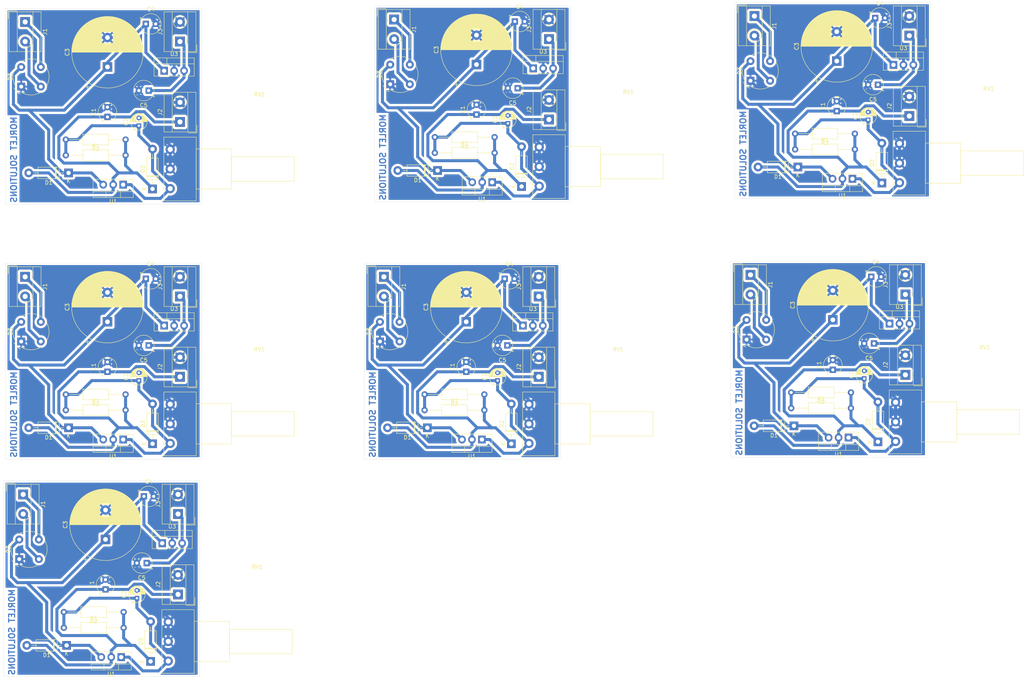
<source format=kicad_pcb>
(kicad_pcb (version 20240108) (generator "pcbnew") (generator_version "8.0")
  (layers (0 "F.Cu" signal) (31 "B.Cu" signal) (34 "B.Paste" user) (35 "F.Paste" user) (36 "B.SilkS" user "B.Silkscreen") (37 "F.SilkS" user "F.Silkscreen") (38 "B.Mask" user) (39 "F.Mask" user) (44 "Edge.Cuts" user))
  (net 0 "")
  (net 1 "Net-(D1-A)")
  (net 2 "GND")
  (net 3 "Net-(D2-A)")
  (net 4 "Net-(D1-K)")
  (net 5 "Net-(J1-Pin_2)")
  (net 6 "Net-(J1-Pin_1)")
  (net 7 "Net-(J3-Pin_1)")
  (footprint "Resistor_THT:R_Axial_DIN0207_L6.3mm_D2.5mm_P15.24mm_Horizontal" (layer "F.Cu") (at 52.62 58 180)
    (property "Reference" "R2")
    (property "Value" "2200")
  )
  (footprint "Diode_THT:D_DO-41_SOD81_P10.16mm_Horizontal" (layer "F.Cu") (at 129.58 131.5 180)
    (property "Reference" "D1")
    (property "Value" "1N4007")
  )
  (footprint "TerminalBlock_MetzConnect:TerminalBlock_MetzConnect_Type055_RT01502HDWU_1x02_P5.00mm_Horizontal" (layer "F.Cu") (at 66.5 53.5 90)
    (property "Reference" "J2")
    (property "Value" "- +")
  )
  (footprint "Capacitor_THT:CP_Radial_Tantal_D4.5mm_P2.50mm" (layer "F.Cu") (at 47.5 172.728856 90)
    (property "Reference" "C1")
    (property "Value" "1uF")
  )
  (footprint "Capacitor_THT:CP_Radial_D4.0mm_P2.00mm" (layer "F.Cu") (at 147.5 119.4726 90)
    (property "Reference" "C2")
    (property "Value" "10uF")
  )
  (footprint "Package_TO_SOT_THT:TO-220-3_Vertical" (layer "F.Cu") (at 237 134 180)
    (property "Reference" "U1")
    (property "Value" "LM317_TO-220")
  )
  (footprint "Diode_THT:Diode_Bridge_Round_D9.0mm" (layer "F.Cu") (at 120.114428 43.885572 90)
    (property "Reference" "D3")
    (property "Value" "B40C3x00-2200A")
  )
  (footprint "Resistor_THT:R_Axial_DIN0207_L6.3mm_D2.5mm_P15.24mm_Horizontal" (layer "F.Cu") (at 52.12 178.5 180)
    (property "Reference" "R2")
    (property "Value" "2200")
  )
  (footprint "TerminalBlock_MetzConnect:TerminalBlock_MetzConnect_Type055_RT01502HDWU_1x02_P5.00mm_Horizontal" (layer "F.Cu") (at 66.5 98 90)
    (property "Reference" "J3")
    (property "Value" "- +")
  )
  (footprint "TerminalBlock_MetzConnect:TerminalBlock_MetzConnect_Type055_RT01502HDWU_1x02_P5.00mm_Horizontal" (layer "F.Cu") (at 158 98 90)
    (property "Reference" "J3")
    (property "Value" "- +")
  )
  (footprint "Capacitor_THT:CP_Radial_Tantal_D5.0mm_P2.50mm" (layer "F.Cu") (at 150 110.5 180)
    (property "Reference" "C5")
    (property "Value" "0.1uF")
  )
  (footprint "Diode_THT:D_DO-41_SOD81_P10.16mm_Horizontal" (layer "F.Cu") (at 223.08 131 180)
    (property "Reference" "D1")
    (property "Value" "1N4007")
  )
  (footprint "Capacitor_THT:CP_Radial_Tantal_D5.0mm_P2.50mm" (layer "F.Cu") (at 243.794888 27)
    (property "Reference" "C4")
    (property "Value" "0.33uF")
  )
  (footprint "Capacitor_THT:CP_Radial_Tantal_D4.5mm_P2.50mm" (layer "F.Cu") (at 233 116.728856 90)
    (property "Reference" "C1")
    (property "Value" "1uF")
  )
  (footprint "Capacitor_THT:CP_Radial_Tantal_D5.0mm_P2.50mm" (layer "F.Cu") (at 151.909316 27.885572)
    (property "Reference" "C4")
    (property "Value" "0.33uF")
  )
  (footprint "TerminalBlock_MetzConnect:TerminalBlock_MetzConnect_Type055_RT01502HDWU_1x02_P5.00mm_Horizontal" (layer "F.Cu") (at 158 118.5 90)
    (property "Reference" "J2")
    (property "Value" "- +")
  )
  (footprint "Package_TO_SOT_THT:TO-220-3_Vertical" (layer "F.Cu") (at 61.96 160.945)
    (property "Reference" "U3")
    (property "Value" "LM7805_TO220")
  )
  (footprint "Resistor_THT:R_Axial_DIN0207_L6.3mm_D2.5mm_P15.24mm_Horizontal" (layer "F.Cu") (at 37.38 127)
    (property "Reference" "R1")
    (property "Value" "270")
  )
  (footprint "TerminalBlock_MetzConnect:TerminalBlock_MetzConnect_Type055_RT01502HDWU_1x02_P5.00mm_Horizontal" (layer "F.Cu") (at 213 26.5 -90)
    (property "Reference" "J1")
    (property "Value" "- +")
  )
  (footprint "Capacitor_THT:CP_Radial_D4.0mm_P2.00mm" (layer "F.Cu") (at 55.5 174.9726 90)
    (property "Reference" "C2")
    (property "Value" "10uF")
  )
  (footprint "Diode_THT:D_DO-41_SOD81_P10.16mm_Horizontal" (layer "F.Cu") (at 59.5 70.58 90)
    (property "Reference" "D2")
    (property "Value" "1N4007")
  )
  (footprint "Capacitor_THT:CP_Radial_Tantal_D5.0mm_P2.50mm" (layer "F.Cu") (at 149.294888 93.5)
    (property "Reference" "C4")
    (property "Value" "0.33uF")
  )
  (footprint "Capacitor_THT:CP_Radial_Tantal_D5.0mm_P2.50mm" (layer "F.Cu") (at 58.5 110.5 180)
    (property "Reference" "C5")
    (property "Value" "0.1uF")
  )
  (footprint "Resistor_THT:R_Axial_DIN0207_L6.3mm_D2.5mm_P15.24mm_Horizontal" (layer "F.Cu") (at 222.38 126.5)
    (property "Reference" "R1")
    (property "Value" "270")
  )
  (footprint "TerminalBlock_MetzConnect:TerminalBlock_MetzConnect_Type055_RT01502HDWU_1x02_P5.00mm_Horizontal" (layer "F.Cu") (at 26.5 148.5 -90)
    (property "Reference" "J1")
    (property "Value" "- +")
  )
  (footprint "Diode_THT:D_DO-41_SOD81_P10.16mm_Horizontal" (layer "F.Cu") (at 224.08 65 180)
    (property "Reference" "D1")
    (property "Value" "1N4007")
  )
  (footprint "Diode_THT:Diode_Bridge_Round_D9.0mm" (layer "F.Cu") (at 26 44.5 90)
    (property "Reference" "D3")
    (property "Value" "B40C3x00-2200A")
  )
  (footprint "Capacitor_THT:CP_Radial_D4.0mm_P2.00mm" (layer "F.Cu") (at 242 52.9726 90)
    (property "Reference" "C2")
    (property "Value" "10uF")
  )
  (footprint "TerminalBlock_MetzConnect:TerminalBlock_MetzConnect_Type055_RT01502HDWU_1x02_P5.00mm_Horizontal" (layer "F.Cu") (at 121.114428 27.385572 -90)
    (property "Reference" "J1")
    (property "Value" "- +")
  )
  (footprint "Diode_THT:Diode_Bridge_Round_D9.0mm" (layer "F.Cu") (at 25.5 165 90)
    (property "Reference" "D3")
    (property "Value" "B40C3x00-2200A")
  )
  (footprint "Capacitor_THT:CP_Radial_Tantal_D5.0mm_P2.50mm" (layer "F.Cu") (at 57.794888 93.5)
    (property "Reference" "C4")
    (property "Value" "0.33uF")
  )
  (footprint "TerminalBlock_MetzConnect:TerminalBlock_MetzConnect_Type055_RT01502HDWU_1x02_P5.00mm_Horizontal" (layer "F.Cu") (at 118.5 93 -90)
    (property "Reference" "J1")
    (property "Value" "- +")
  )
  (footprint "Potentiometer_THT:Potentiometer_Piher_PC-16_Single_Horizontal" (layer "F.Cu") (at 249 135)
    (property "Reference" "RV1")
    (property "Value" "10k")
  )
  (footprint "Resistor_THT:R_Axial_DIN0207_L6.3mm_D2.5mm_P15.24mm_Horizontal" (layer "F.Cu") (at 144.12 123 180)
    (property "Reference" "R2")
    (property "Value" "2200")
  )
  (footprint "Resistor_THT:R_Axial_DIN0207_L6.3mm_D2.5mm_P15.24mm_Horizontal" (layer "F.Cu") (at 237.62 122.5 180)
    (property "Reference" "R2")
    (property "Value" "2200")
  )
  (footprint "Potentiometer_THT:Potentiometer_Piher_PC-16_Single_Horizontal" (layer "F.Cu") (at 63.5 191)
    (property "Reference" "RV1")
    (property "Value" "10k")
  )
  (footprint "TerminalBlock_MetzConnect:TerminalBlock_MetzConnect_Type055_RT01502HDWU_1x02_P5.00mm_Horizontal" (layer "F.Cu") (at 66 174 90)
    (property "Reference" "J2")
    (property "Value" "- +")
  )
  (footprint "Potentiometer_THT:Potentiometer_Piher_PC-16_Single_Horizontal" (layer "F.Cu") (at 64 135.5)
    (property "Reference" "RV1")
    (property "Value" "10k")
  )
  (footprint "TerminalBlock_MetzConnect:TerminalBlock_MetzConnect_Type055_RT01502HDWU_1x02_P5.00mm_Horizontal" (layer "F.Cu") (at 251.5 97.5 90)
    (property "Reference" "J3")
    (property "Value" "- +")
  )
  (footprint "Capacitor_THT:CP_Radial_D4.0mm_P2.00mm" (layer "F.Cu") (at 56 54.4726 90)
    (property "Reference" "C2")
    (property "Value" "10uF")
  )
  (footprint "TerminalBlock_MetzConnect:TerminalBlock_MetzConnect_Type055_RT01502HDWU_1x02_P5.00mm_Horizontal" (layer "F.Cu") (at 66.5 118.5 90)
    (property "Reference" "J2")
    (property "Value" "- +")
  )
  (footprint "TerminalBlock_MetzConnect:TerminalBlock_MetzConnect_Type055_RT01502HDWU_1x02_P5.00mm_Horizontal" (layer "F.Cu") (at 66.5 33 90)
    (property "Reference" "J3")
    (property "Value" "- +")
  )
  (footprint "TerminalBlock_MetzConnect:TerminalBlock_MetzConnect_Type055_RT01502HDWU_1x02_P5.00mm_Horizontal" (layer "F.Cu") (at 212 92.5 -90)
    (property "Reference" "J1")
    (property "Value" "- +")
  )
  (footprint "Diode_THT:D_DO-41_SOD81_P10.16mm_Horizontal" (layer "F.Cu") (at 151 135.58 90)
    (property "Reference" "D2")
    (property "Value" "1N4007")
  )
  (footprint "Potentiometer_THT:Potentiometer_Piher_PC-16_Single_Horizontal" (layer "F.Cu") (at 158.114428 69.885572)
    (property "Reference" "RV1")
    (property "Value" "10k")
  )
  (footprint "Package_TO_SOT_THT:TO-220-3_Vertical" (layer "F.Cu") (at 146.114428 68.885572 180)
    (property "Reference" "U1")
    (property "Value" "LM317_TO-220")
  )
  (footprint "Capacitor_THT:CP_Radial_Tantal_D5.0mm_P2.50mm" (layer "F.Cu") (at 242.794888 93)
    (property "Reference" "C4")
    (property "Value" "0.33uF")
  )
  (footprint "Capacitor_THT:CP_Radial_D18.0mm_P7.50mm" (layer "F.Cu") (at 48 39.47778 90)
    (property "Reference" "C3")
    (property "Value" "4700uF")
  )
  (footprint "TerminalBlock_MetzConnect:TerminalBlock_MetzConnect_Type055_RT01502HDWU_1x02_P5.00mm_Horizontal" (layer "F.Cu") (at 251.5 118 90)
    (property "Reference" "J2")
    (property "Value" "- +")
  )
  (footprint "Resistor_THT:R_Axial_DIN0207_L6.3mm_D2.5mm_P15.24mm_Horizontal" (layer "F.Cu") (at 223.38 60.5)
    (property "Reference" "R1")
    (property "Value" "270")
  )
  (footprint "Resistor_THT:R_Axial_DIN0207_L6.3mm_D2.5mm_P15.24mm_Horizontal" (layer "F.Cu") (at 36.88 182.5)
    (property "Reference" "R1")
    (property "Value" "270")
  )
  (footprint "TerminalBlock_MetzConnect:TerminalBlock_MetzConnect_Type055_RT01502HDWU_1x02_P5.00mm_Horizontal" (layer "F.Cu") (at 27 93 -90)
    (property "Reference" "J1")
    (property "Value" "- +")
  )
  (footprint "Capacitor_THT:CP_Radial_D18.0mm_P7.50mm" (layer "F.Cu") (at 139.5 104.47778 90)
    (property "Reference" "C3")
    (property "Value" "4700uF")
  )
  (footprint "Capacitor_THT:CP_Radial_Tantal_D5.0mm_P2.50mm" (layer "F.Cu") (at 58.5 45.5 180)
    (property "Reference" "C5")
    (property "Value" "0.1uF")
  )
  (footprint "Capacitor_THT:CP_Radial_D18.0mm_P7.50mm" (layer "F.Cu") (at 47.5 159.97778 90)
    (property "Reference" "C3")
    (property "Value" "4700uF")
  )
  (footprint "TerminalBlock_MetzConnect:TerminalBlock_MetzConnect_Type055_RT01502HDWU_1x02_P5.00mm_Horizontal" (layer "F.Cu") (at 160.614428 32.385572 90)
    (property "Reference" "J3")
    (property "Value" "- +")
  )
  (footprint "Capacitor_THT:CP_Radial_Tantal_D4.5mm_P2.50mm" (layer "F.Cu") (at 234 50.728856 90)
    (property "Reference" "C1")
    (property "Value" "1uF")
  )
  (footprint "Capacitor_THT:CP_Radial_Tantal_D5.0mm_P2.50mm" (layer "F.Cu") (at 57.294888 149)
    (property "Reference" "C4")
    (property "Value" "0.33uF")
  )
  (footprint "Package_TO_SOT_THT:TO-220-3_Vertical" (layer "F.Cu") (at 143.5 134.5 180)
    (property "Reference" "U1")
    (property "Value" "LM317_TO-220")
  )
  (footprint "Package_TO_SOT_THT:TO-220-3_Vertical" (layer "F.Cu") (at 62.46 40.445)
    (property "Reference" "U3")
    (property "Value" "LM7805_TO220")
  )
  (footprint "Package_TO_SOT_THT:TO-220-3_Vertical" (layer "F.Cu") (at 52 69.5 180)
    (property "Reference" "U1")
    (property "Value" "LM317_TO-220")
  )
  (footprint "Capacitor_THT:CP_Radial_D18.0mm_P7.50mm" (layer "F.Cu") (at 48 104.47778 90)
    (property "Reference" "C3")
    (property "Value" "4700uF")
  )
  (footprint "TerminalBlock_MetzConnect:TerminalBlock_MetzConnect_Type055_RT01502HDWU_1x02_P5.00mm_Horizontal" (layer "F.Cu") (at 66 153.5 90)
    (property "Reference" "J3")
    (property "Value" "- +")
  )
  (footprint "Resistor_THT:R_Axial_DIN0207_L6.3mm_D2.5mm_P15.24mm_Horizontal" (layer "F.Cu") (at 128.88 127)
    (property "Reference" "R1")
    (property "Value" "270")
  )
  (footprint "Diode_THT:Diode_Bridge_Round_D9.0mm" (layer "F.Cu") (at 212 43 90)
    (property "Reference" "D3")
    (property "Value" "B40C3x00-2200A")
  )
  (footprint "Resistor_THT:R_Axial_DIN0207_L6.3mm_D2.5mm_P15.24mm_Horizontal" (layer "F.Cu") (at 146.734428 57.385572 180)
    (property "Reference" "R2")
    (property "Value" "2200")
  )
  (footprint "Diode_THT:D_DO-41_SOD81_P10.16mm_Horizontal" (layer "F.Cu") (at 59 191.08 90)
    (property "Reference" "D2")
    (property "Value" "1N4007")
  )
  (footprint "Resistor_THT:R_Axial_DIN0207_L6.3mm_D2.5mm_P15.24mm_Horizontal" (layer "F.Cu") (at 238.62 56.5 180)
    (property "Reference" "R2")
    (property "Value" "2200")
  )
  (footprint "TerminalBlock_MetzConnect:TerminalBlock_MetzConnect_Type055_RT01502HDWU_1x02_P5.00mm_Horizontal" (layer "F.Cu") (at 160.614428 52.885572 90)
    (property "Reference" "J2")
    (property "Value" "- +")
  )
  (footprint "Capacitor_THT:CP_Radial_D4.0mm_P2.00mm" (layer "F.Cu") (at 241 118.9726 90)
    (property "Reference" "C2")
    (property "Value" "10uF")
  )
  (footprint "Diode_THT:D_DO-41_SOD81_P10.16mm_Horizontal" (layer "F.Cu") (at 38.08 131.5 180)
    (property "Reference" "D1")
    (property "Value" "1N4007")
  )
  (footprint "Package_TO_SOT_THT:TO-220-3_Vertical" (layer "F.Cu") (at 62.46 105.445)
    (property "Reference" "U3")
    (property "Value" "LM7805_TO220")
  )
  (footprint "Diode_THT:Diode_Bridge_Round_D9.0mm" (layer "F.Cu") (at 211 109 90)
    (property "Reference" "D3")
    (property "Value" "B40C3x00-2200A")
  )
  (footprint "Potentiometer_THT:Potentiometer_Piher_PC-16_Single_Horizontal" (layer "F.Cu") (at 155.5 135.5)
    (property "Reference" "RV1")
    (property "Value" "10k")
  )
  (footprint "Capacitor_THT:CP_Radial_Tantal_D4.5mm_P2.50mm" (layer "F.Cu") (at 139.5 117.228856 90)
    (property "Reference" "C1")
    (property "Value" "1uF")
  )
  (footprint "Diode_THT:D_DO-41_SOD81_P10.16mm_Horizontal" (layer "F.Cu") (at 132.194428 65.885572 180)
    (property "Reference" "D1")
    (property "Value" "1N4007")
  )
  (footprint "Potentiometer_THT:Potentiometer_Piher_PC-16_Single_Horizontal" (layer "F.Cu") (at 250 69)
    (property "Reference" "RV1")
    (property "Value" "10k")
  )
  (footprint "Capacitor_THT:CP_Radial_Tantal_D5.0mm_P2.50mm" (layer "F.Cu") (at 244.5 44 180)
    (property "Reference" "C5")
    (property "Value" "0.1uF")
  )
  (footprint "Capacitor_THT:CP_Radial_Tantal_D5.0mm_P2.50mm" (layer "F.Cu") (at 57.794888 28.5)
    (property "Reference" "C4")
    (property "Value" "0.33uF")
  )
  (footprint "Diode_THT:Diode_Bridge_Round_D9.0mm" (layer "F.Cu") (at 26 109.5 90)
    (property "Reference" "D3")
    (property "Value" "B40C3x00-2200A")
  )
  (footprint "Diode_THT:D_DO-41_SOD81_P10.16mm_Horizontal" (layer "F.Cu") (at 37.58 187 180)
    (property "Reference" "D1")
    (property "Value" "1N4007")
  )
  (footprint "Diode_THT:D_DO-41_SOD81_P10.16mm_Horizontal" (layer "F.Cu") (at 153.614428 69.965572 90)
    (property "Reference" "D2")
    (property "Value" "1N4007")
  )
  (footprint "Capacitor_THT:CP_Radial_D18.0mm_P7.50mm" (layer "F.Cu") (at 142.114428 38.863352 90)
    (property "Reference" "C3")
    (property "Value" "4700uF")
  )
  (footprint "Package_TO_SOT_THT:TO-220-3_Vertical" (layer "F.Cu") (at 156.574428 39.830572)
    (property "Reference" "U3")
    (property "Value" "LM7805_TO220")
  )
  (footprint "Package_TO_SOT_THT:TO-220-3_Vertical" (layer "F.Cu") (at 51.5 190 180)
    (property "Reference" "U1")
    (property "Value" "LM317_TO-220")
  )
  (footprint "Resistor_THT:R_Axial_DIN0207_L6.3mm_D2.5mm_P15.24mm_Horizontal" (layer "F.Cu") (at 52.62 123 180)
    (property "Reference" "R2")
    (property "Value" "2200")
  )
  (footprint "Resistor_THT:R_Axial_DIN0207_L6.3mm_D2.5mm_P15.24mm_Horizontal" (layer "F.Cu") (at 37.38 62)
    (property "Reference" "R1")
    (property "Value" "270")
  )
  (footprint "Capacitor_THT:CP_Radial_Tantal_D4.5mm_P2.50mm" (layer "F.Cu") (at 142.114428 51.614428 90)
    (property "Reference" "C1")
    (property "Value" "1uF")
  )
  (footprint "Package_TO_SOT_THT:TO-220-3_Vertical" (layer "F.Cu") (at 238 68 180)
    (property "Reference" "U1")
    (property "Value" "LM317_TO-220")
  )
  (footprint "Capacitor_THT:CP_Radial_Tantal_D4.5mm_P2.50mm" (layer "F.Cu") (at 48 52.228856 90)
    (property "Reference" "C1")
    (property "Value" "1uF")
  )
  (footprint "Package_TO_SOT_THT:TO-220-3_Vertical" (layer "F.Cu") (at 248.46 38.945)
    (property "Reference" "U3")
    (property "Value" "LM7805_TO220")
  )
  (footprint "Capacitor_THT:CP_Radial_Tantal_D5.0mm_P2.50mm" (layer "F.Cu") (at 243.5 110 180)
    (property "Reference" "C5")
    (property "Value" "0.1uF")
  )
  (footprint "Capacitor_THT:CP_Radial_D4.0mm_P2.00mm" (layer "F.Cu") (at 56 119.4726 90)
    (property "Reference" "C2")
    (property "Value" "10uF")
  )
  (footprint "TerminalBlock_MetzConnect:TerminalBlock_MetzConnect_Type055_RT01502HDWU_1x02_P5.00mm_Horizontal" (layer "F.Cu") (at 252.5 52 90)
    (property "Reference" "J2")
    (property "Value" "- +")
  )
  (footprint "TerminalBlock_MetzConnect:TerminalBlock_MetzConnect_Type055_RT01502HDWU_1x02_P5.00mm_Horizontal" (layer "F.Cu") (at 252.5 31.5 90)
    (property "Reference" "J3")
    (property "Value" "- +")
  )
  (footprint "Diode_THT:D_DO-41_SOD81_P10.16mm_Horizontal" (layer "F.Cu") (at 244.5 135.08 90)
    (property "Reference" "D2")
    (property "Value" "1N4007")
  )
  (footprint "Capacitor_THT:CP_Radial_D4.0mm_P2.00mm" (layer "F.Cu") (at 150.114428 53.858172 90)
    (property "Reference" "C2")
    (property "Value" "10uF")
  )
  (footprint "Package_TO_SOT_THT:TO-220-3_Vertical" (layer "F.Cu") (at 247.46 104.945)
    (property "Reference" "U3")
    (property "Value" "LM7805_TO220")
  )
  (footprint "Potentiometer_THT:Potentiometer_Piher_PC-16_Single_Horizontal" (layer "F.Cu") (at 64 70.5)
    (property "Reference" "RV1")
    (property "Value" "10k")
  )
  (footprint "Diode_THT:D_DO-41_SOD81_P10.16mm_Horizontal" (layer "F.Cu") (at 245.5 69.08 90)
    (property "Reference" "D2")
    (property "Value" "1N4007")
  )
  (footprint "Resistor_THT:R_Axial_DIN0207_L6.3mm_D2.5mm_P15.24mm_Horizontal" (layer "F.Cu") (at 131.494428 61.385572)
    (property "Reference" "R1")
    (property "Value" "270")
  )
  (footprint "Package_TO_SOT_THT:TO-220-3_Vertical" (layer "F.Cu") (at 153.96 105.445)
    (property "Reference" "U3")
    (property "Value" "LM7805_TO220")
  )
  (footprint "Diode_THT:Diode_Bridge_Round_D9.0mm" (layer "F.Cu") (at 117.5 109.5 90)
    (property "Reference" "D3")
    (property "Value" "B40C3x00-2200A")
  )
  (footprint "Capacitor_THT:CP_Radial_Tantal_D5.0mm_P2.50mm" (layer "F.Cu") (at 152.614428 44.885572 180)
    (property "Reference" "C5")
    (property "Value" "0.1uF")
  )
  (footprint "Diode_THT:D_DO-41_SOD81_P10.16mm_Horizontal" (layer "F.Cu") (at 38.08 66.5 180)
    (property "Reference" "D1")
    (property "Value" "1N4007")
  )
  (footprint "Diode_THT:D_DO-41_SOD81_P10.16mm_Horizontal" (layer "F.Cu") (at 59.5 135.58 90)
    (property "Reference" "D2")
    (property "Value" "1N4007")
  )
  (footprint "TerminalBlock_MetzConnect:TerminalBlock_MetzConnect_Type055_RT01502HDWU_1x02_P5.00mm_Horizontal" (layer "F.Cu") (at 27 28 -90)
    (property "Reference" "J1")
    (property "Value" "- +")
  )
  (footprint "Capacitor_THT:CP_Radial_Tantal_D4.5mm_P2.50mm" (layer "F.Cu") (at 48 117.228856 90)
    (property "Reference" "C1")
    (property "Value" "1uF")
  )
  (footprint "Package_TO_SOT_THT:TO-220-3_Vertical" (layer "F.Cu") (at 52 134.5 180)
    (property "Reference" "U1")
    (property "Value" "LM317_TO-220")
  )
  (footprint "Capacitor_THT:CP_Radial_Tantal_D5.0mm_P2.50mm" (layer "F.Cu") (at 58 166 180)
    (property "Reference" "C5")
    (property "Value" "0.1uF")
  )
  (footprint "Capacitor_THT:CP_Radial_D18.0mm_P7.50mm" (layer "F.Cu") (at 233 103.97778 90)
    (property "Reference" "C3")
    (property "Value" "4700uF")
  )
  (footprint "Capacitor_THT:CP_Radial_D18.0mm_P7.50mm" (layer "F.Cu") (at 234 37.97778 90)
    (property "Reference" "C3")
    (property "Value" "4700uF")
  )
  (gr_rect (start 116.114428 23.885572) (end 166.114428 73.885572) (stroke (width 0.05)) (fill none) (layer "Edge.Cuts"))
  (gr_rect (start 113.5 89.5) (end 163.5 139.5) (stroke (width 0.05)) (fill none) (layer "Edge.Cuts"))
  (gr_rect (start 208 23) (end 258 73) (stroke (width 0.05)) (fill none) (layer "Edge.Cuts"))
  (gr_rect (start 22 24.5) (end 72 74.5) (stroke (width 0.05)) (fill none) (layer "Edge.Cuts"))
  (gr_rect (start 22 89.5) (end 72 139.5) (stroke (width 0.05)) (fill none) (layer "Edge.Cuts"))
  (gr_rect (start 207 89) (end 257 139) (stroke (width 0.05)) (fill none) (layer "Edge.Cuts"))
  (gr_rect (start 21.5 145) (end 71.5 195) (stroke (width 0.05)) (fill none) (layer "Edge.Cuts"))
  (gr_text "MORLET SOLUTIONS" (at 24.5 172.5 90) (layer "B.Cu") (effects (font (size 1.5 1.5) (thickness 0.3) (bold yes)) (justify left bottom mirror)))
  (gr_text "MORLET SOLUTIONS" (at 211 50.5 90) (layer "B.Cu") (effects (font (size 1.5 1.5) (thickness 0.3) (bold yes)) (justify left bottom mirror)))
  (gr_text "MORLET SOLUTIONS" (at 116.5 117 90) (layer "B.Cu") (effects (font (size 1.5 1.5) (thickness 0.3) (bold yes)) (justify left bottom mirror)))
  (gr_text "MORLET SOLUTIONS" (at 210 116.5 90) (layer "B.Cu") (effects (font (size 1.5 1.5) (thickness 0.3) (bold yes)) (justify left bottom mirror)))
  (gr_text "MORLET SOLUTIONS" (at 25 52 90) (layer "B.Cu") (effects (font (size 1.5 1.5) (thickness 0.3) (bold yes)) (justify left bottom mirror)))
  (gr_text "MORLET SOLUTIONS" (at 25 117 90) (layer "B.Cu") (effects (font (size 1.5 1.5) (thickness 0.3) (bold yes)) (justify left bottom mirror)))
  (gr_text "MORLET SOLUTIONS" (at 119.114428 51.385572 90) (layer "B.Cu") (effects (font (size 1.5 1.5) (thickness 0.3) (bold yes)) (justify left bottom mirror)))
  (segment (start 234.46 135.54) (end 234.46 134) (width 0.762) (layer "B.Cu") (net 1))
  (segment (start 145.507872 117.228856) (end 146.845128 115.8916) (width 0.762) (layer "B.Cu") (net 1))
  (segment (start 244.5 135) (end 240.5 131) (width 0.762) (layer "B.Cu") (net 1))
  (segment (start 234 50.728856) (end 226.632429 50.728856) (width 0.762) (layer "B.Cu") (net 1))
  (segment (start 146.734428 61.385572) (end 146.734428 64.005572) (width 0.762) (layer "B.Cu") (net 1))
  (segment (start 52.12 178.5) (end 52.12 182.5) (width 0.762) (layer "B.Cu") (net 1))
  (segment (start 239.007872 116.728856) (end 240.345128 115.3916) (width 0.762) (layer "B.Cu") (net 1))
  (segment (start 151 135.58) (end 151 135.5) (width 0.762) (layer "B.Cu") (net 1))
  (segment (start 239.5 131) (end 235.793 131) (width 0.762) (layer "B.Cu") (net 1))
  (segment (start 59 191.08) (end 59 191) (width 0.762) (layer "B.Cu") (net 1))
  (segment (start 48.96 188.333) (end 48.96 190) (width 0.762) (layer "B.Cu") (net 1))
  (segment (start 222.861285 62.5) (end 234.293 62.5) (width 0.762) (layer "B.Cu") (net 1))
  (segment (start 54.5 131.5) (end 50.793 131.5) (width 0.762) (layer "B.Cu") (net 1))
  (segment (start 142.114428 51.614428) (end 148.1223 51.614428) (width 0.762) (layer "B.Cu") (net 1))
  (segment (start 238.62 56.5) (end 238.5 56.5) (width 0.762) (layer "B.Cu") (net 1))
  (segment (start 219 65) (end 223.981 69.981) (width 0.762) (layer "B.Cu") (net 1))
  (segment (start 236.793 65) (end 235.46 66.333) (width 0.762) (layer "B.Cu") (net 1))
  (segment (start 119.42 131.5) (end 124.5 131.5) (width 0.762) (layer "B.Cu") (net 1))
  (segment (start 238.62 60.5) (end 238.62 63.12) (width 0.762) (layer "B.Cu") (net 1))
  (segment (start 59.5 70.58) (end 59.5 70.5) (width 0.762) (layer "B.Cu") (net 1))
  (segment (start 146.845128 115.8916) (end 148.8916 115.8916) (width 0.762) (layer "B.Cu") (net 1))
  (segment (start 52.62 58) (end 52.5 58) (width 0.762) (layer "B.Cu") (net 1))
  (segment (start 132.095428 70.866572) (end 143.133428 70.866572) (width 0.762) (layer "B.Cu") (net 1))
  (segment (start 144.12 123) (end 144 123) (width 0.762) (layer "B.Cu") (net 1))
  (segment (start 234 50.728856) (end 240.007872 50.728856) (width 0.762) (layer "B.Cu") (net 1))
  (segment (start 50.793 131.5) (end 49.46 132.833) (width 0.762) (layer "B.Cu") (net 1))
  (segment (start 237.62 122.5) (end 237.5 122.5) (width 0.762) (layer "B.Cu") (net 1))
  (segment (start 35.599 57.262285) (end 35.599 62.737715) (width 0.762) (layer "B.Cu") (net 1))
  (segment (start 237.62 129.12) (end 239.5 131) (width 0.762) (layer "B.Cu") (net 1))
  (segment (start 56.8916 171.3916) (end 59.5 174) (width 0.762) (layer "B.Cu") (net 1))
  (segment (start 48.519 191.981) (end 48.96 191.54) (width 0.762) (layer "B.Cu") (net 1))
  (segment (start 245 118) (end 251.5 118) (width 0.762) (layer "B.Cu") (net 1))
  (segment (start 234.019 135.981) (end 234.46 135.54) (width 0.762) (layer "B.Cu") (net 1))
  (segment (start 151.5 118.5) (end 158 118.5) (width 0.762) (layer "B.Cu") (net 1))
  (segment (start 55.345128 115.8916) (end 57.3916 115.8916) (width 0.762) (layer "B.Cu") (net 1))
  (segment (start 36.861285 64) (end 48.293 64) (width 0.762) (layer "B.Cu") (net 1))
  (segment (start 55.345128 50.8916) (end 57.3916 50.8916) (width 0.762) (layer "B.Cu") (net 1))
  (segment (start 129.713428 62.123287) (end 130.975713 63.385572) (width 0.762) (layer "B.Cu") (net 1))
  (segment (start 240.5 65) (end 236.793 65) (width 0.762) (layer "B.Cu") (net 1))
  (segment (start 48.96 191.54) (end 48.96 190) (width 0.762) (layer "B.Cu") (net 1))
  (segment (start 47.5 172.728856) (end 53.507872 172.728856) (width 0.762) (layer "B.Cu") (net 1))
  (segment (start 237.62 122.5) (end 237.62 126.5) (width 0.762) (layer "B.Cu") (net 1))
  (segment (start 237.62 126.5) (end 237.62 129.12) (width 0.762) (layer "B.Cu") (net 1))
  (segment (start 132.132429 117.228856) (end 127.099 122.262285) (width 0.762) (layer "B.Cu") (net 1))
  (segment (start 149.459556 50.277172) (end 151.506028 50.277172) (width 0.762) (layer "B.Cu") (net 1))
  (segment (start 48 117.228856) (end 54.007872 117.228856) (width 0.762) (layer "B.Cu") (net 1))
  (segment (start 59.5 135.5) (end 55.5 131.5) (width 0.762) (layer "B.Cu") (net 1))
  (segment (start 139.5 117.228856) (end 145.507872 117.228856) (width 0.762) (layer "B.Cu") (net 1))
  (segment (start 235.46 66.333) (end 235.46 68) (width 0.762) (layer "B.Cu") (net 1))
  (segment (start 55.5 131.5) (end 54.5 131.5) (width 0.762) (layer "B.Cu") (net 1))
  (segment (start 153.614428 69.885572) (end 149.614428 65.885572) (width 0.762) (layer "B.Cu") (net 1))
  (segment (start 52.62 58) (end 52.62 62) (width 0.762) (layer "B.Cu") (net 1))
  (segment (start 241.5 65) (end 240.5 65) (width 0.762) (layer "B.Cu") (net 1))
  (segment (start 48 52.228856) (end 40.632429 52.228856) (width 0.762) (layer "B.Cu") (net 1))
  (segment (start 218 131) (end 222.981 135.981) (width 0.762) (layer "B.Cu") (net 1))
  (segment (start 60 118.5) (end 66.5 118.5) (width 0.762) (layer "B.Cu") (net 1))
  (segment (start 221.861285 128.5) (end 233.293 128.5) (width 0.762) (layer "B.Cu") (net 1))
  (segment (start 48 52.228856) (end 54.007872 52.228856) (width 0.762) (layer "B.Cu") (net 1))
  (segment (start 40.632429 117.228856) (end 35.599 122.262285) (width 0.762) (layer "B.Cu") (net 1))
  (segment (start 35.099 183.237715) (end 36.361285 184.5) (width 0.762) (layer "B.Cu") (net 1))
  (segment (start 143.574428 67.218572) (end 143.574428 68.885572) (width 0.762) (layer "B.Cu") (net 1))
  (segment (start 245.5 69.08) (end 245.5 69) (width 0.762) (layer "B.Cu") (net 1))
  (segment (start 27.92 66.5) (end 33 66.5) (width 0.762) (layer "B.Cu") (net 1))
  (segment (start 149.614428 65.885572) (end 148.614428 65.885572) (width 0.762) (layer "B.Cu") (net 1))
  (segment (start 144.907428 65.885572) (end 143.574428 67.218572) (width 0.762) (layer "B.Cu") (net 1))
  (segment (start 57.3916 115.8916) (end 60 118.5) (width 0.762) (layer "B.Cu") (net 1))
  (segment (start 143.574428 70.425572) (end 143.574428 68.885572) (width 0.762) (layer "B.Cu") (net 1))
  (segment (start 226.632429 50.728856) (end 221.599 55.762285) (width 0.762) (layer "B.Cu") (net 1))
  (segment (start 144.12 127) (end 144.12 129.62) (width 0.762) (layer "B.Cu") (net 1))
  (segment (start 242.3916 115.3916) (end 245 118) (width 0.762) (layer "B.Cu") (net 1))
  (segment (start 243.3916 49.3916) (end 246 52) (width 0.762) (layer "B.Cu") (net 1))
  (segment (start 32.5 187) (end 37.481 191.981) (width 0.762) (layer "B.Cu") (net 1))
  (segment (start 36.361285 184.5) (end 47.793 184.5) (width 0.762) (layer "B.Cu") (net 1))
  (segment (start 35.599 62.737715) (end 36.861285 64) (width 0.762) (layer "B.Cu") (net 1))
  (segment (start 238.62 56.5) (end 238.62 60.5) (width 0.762) (layer "B.Cu") (net 1))
  (segment (start 40.132429 172.728856) (end 35.099 177.762285) (width 0.762) (layer "B.Cu") (net 1))
  (segment (start 148.1223 51.614428) (end 149.459556 50.277172) (width 0.762) (layer "B.Cu") (net 1))
  (segment (start 127.099 122.262285) (end 127.099 127.737715) (width 0.762) (layer "B.Cu") (net 1))
  (segment (start 49.019 71.481) (end 49.46 71.04) (width 0.762) (layer "B.Cu") (net 1))
  (segment (start 241.345128 49.3916) (end 243.3916 49.3916) (width 0.762) (layer "B.Cu") (net 1))
  (segment (start 221.599 55.762285) (end 221.599 61.237715) (width 0.762) (layer "B.Cu") (net 1))
  (segment (start 59.5 174) (end 66 174) (width 0.762) (layer "B.Cu") (net 1))
  (segment (start 33 66.5) (end 37.981 71.481) (width 0.762) (layer "B.Cu") (net 1))
  (segment (start 52.62 127) (end 52.62 129.62) (width 0.762) (layer "B.Cu") (net 1))
  (segment (start 52.62 129.62) (end 54.5 131.5) (width 0.762) (layer "B.Cu") (net 1))
  (segment (start 153.614428 69.965572) (end 153.614428 69.885572) (width 0.762) (layer "B.Cu") (net 1))
  (segment (start 144.12 123) (end 144.12 127) (width 0.762) (layer "B.Cu") (net 1))
  (segment (start 233 116.728856) (end 239.007872 116.728856) (width 0.762) (layer "B.Cu") (net 1))
  (segment (start 244.5 135.08) (end 244.5 135) (width 0.762) (layer "B.Cu") (net 1))
  (segment (start 148.614428 65.885572) (end 144.907428 65.885572) (width 0.762) (layer "B.Cu") (net 1))
  (segment (start 60 53.5) (end 66.5 53.5) (width 0.762) (layer "B.Cu") (net 1))
  (segment (start 59.5 135.58) (end 59.5 135.5) (width 0.762) (layer "B.Cu") (net 1))
  (segment (start 140.519 136.481) (end 140.96 136.04) (width 0.762) (layer "B.Cu") (net 1))
  (segment (start 52.62 123) (end 52.62 127) (width 0.762) (layer "B.Cu") (net 1))
  (segment (start 54.007872 117.228856) (end 55.345128 115.8916) (width 0.762) (layer "B.Cu") (net 1))
  (segment (start 240.007872 50.728856) (end 241.345128 49.3916) (width 0.762) (layer "B.Cu") (net 1))
  (segment (start 235.793 131) (end 234.46 132.333) (width 0.762) (layer "B.Cu") (net 1))
  (segment (start 37.981 71.481) (end 49.019 71.481) (width 0.762) (layer "B.Cu") (net 1))
  (segment (start 35.599 122.262285) (end 35.599 127.737715) (width 0.762) (layer "B.Cu") (net 1))
  (segment (start 50.293 187) (end 48.96 188.333) (width 0.762) (layer "B.Cu") (net 1))
  (segment (start 233.293 128.5) (end 235.793 131) (width 0.762) (layer "B.Cu") (net 1))
  (segment (start 40.632429 52.228856) (end 35.599 57.262285) (width 0.762) (layer "B.Cu") (net 1))
  (segment (start 223.981 69.981) (end 235.019 69.981) (width 0.762) (layer "B.Cu") (net 1))
  (segment (start 142.407428 63.385572) (end 144.907428 65.885572) (width 0.762) (layer "B.Cu") (net 1))
  (segment (start 140.96 136.04) (end 140.96 134.5) (width 0.762) (layer "B.Cu") (net 1))
  (segment (start 35.099 177.762285) (end 35.099 183.237715) (width 0.762) (layer "B.Cu") (net 1))
  (segment (start 52.12 182.5) (end 52.12 185.12) (width 0.762) (layer "B.Cu") (net 1))
  (segment (start 139.5 117.228856) (end 132.132429 117.228856) (width 0.762) (layer "B.Cu") (net 1))
  (segment (start 53.507872 172.728856) (end 54.845128 171.3916) (width 0.762) (layer "B.Cu") (net 1))
  (segment (start 50.793 66.5) (end 49.46 67.833) (width 0.762) (layer "B.Cu") (net 1))
  (segment (start 240.345128 115.3916) (end 242.3916 115.3916) (width 0.762) (layer "B.Cu") (net 1))
  (segment (start 49.46 67.833) (end 49.46 69.5) (width 0.762) (layer "B.Cu") (net 1))
  (segment (start 146.734428 57.385572) (end 146.734428 61.385572) (width 0.762) (layer "B.Cu") (net 1))
  (segment (start 220.599 121.762285) (end 220.599 127.237715) (width 0.762) (layer "B.Cu") (net 1))
  (segment (start 130.975713 63.385572) (end 142.407428 63.385572) (width 0.762) (layer "B.Cu") (net 1))
  (segment (start 128.361285 129) (end 139.793 129) (width 0.762) (layer "B.Cu") (net 1))
  (segment (start 129.481 136.481) (end 140.519 136.481) (width 0.762) (layer "B.Cu") (net 1))
  (segment (start 48.293 64) (end 50.793 66.5) (width 0.762) (layer "B.Cu") (net 1))
  (segment (start 59.5 70.5) (end 55.5 66.5) (width 0.762) (layer "B.Cu") (net 1))
  (segment (start 146 131.5) (end 142.293 131.5) (width 0.762) (layer "B.Cu") (net 1))
  (segment (start 146.734428 57.385572) (end 146.614428 57.385572) (width 0.762) (layer "B.Cu") (net 1))
  (segment (start 235.019 69.981) (end 235.46 69.54) (width 0.762) (layer "B.Cu") (net 1))
  (segment (start 212.92 131) (end 218 131) (width 0.762) (layer "B.Cu") (net 1))
  (segment (start 246 52) (end 252.5 52) (width 0.762) (layer "B.Cu") (net 1))
  (segment (start 59 191) (end 55 187) (width 0.762) (layer "B.Cu") (net 1))
  (segment (start 52.12 185.12) (end 54 187) (width 0.762) (layer "B.Cu") (net 1))
  (segment (start 54 187) (end 50.293 187) (width 0.762) (layer "B.Cu") (net 1))
  (segment (start 148.8916 115.8916) (end 151.5 118.5) (width 0.762) (layer "B.Cu") (net 1))
  (segment (start 49.019 136.481) (end 49.46 136.04) (width 0.762) (layer "B.Cu") (net 1))
  (segment (start 33 131.5) (end 37.981 136.481) (width 0.762) (layer "B.Cu") (net 1))
  (segment (start 36.861285 129) (end 48.293 129) (width 0.762) (layer "B.Cu") (net 1))
  (segment (start 37.981 136.481) (end 49.019 136.481) (width 0.762) (layer "B.Cu") (net 1))
  (segment (start 222.981 135.981) (end 234.019 135.981) (width 0.762) (layer "B.Cu") (net 1))
  (segment (start 57.3916 50.8916) (end 60 53.5) (width 0.762) (layer "B.Cu") (net 1))
  (segment (start 151 135.5) (end 147 131.5) (width 0.762) (layer "B.Cu") (net 1))
  (segment (start 48.293 129) (end 50.793 131.5) (width 0.762) (layer "B.Cu") (net 1))
  (segment (start 54.007872 52.228856) (end 55.345128 50.8916) (width 0.762) (layer "B.Cu") (net 1))
  (segment (start 124.5 131.5) (end 129.481 136.481) (width 0.762) (layer "B.Cu") (net 1))
  (segment (start 154.114428 52.885572) (end 160.614428 52.885572) (width 0.762) (layer "B.Cu") (net 1))
  (segment (start 245.5 69) (end 241.5 65) (width 0.762) (layer "B.Cu") (net 1))
  (segment (start 52.62 64.62) (end 54.5 66.5) (width 0.762) (layer "B.Cu") (net 1))
  (segment (start 147 131.5) (end 146 131.5) (width 0.762) (layer "B.Cu") (net 1))
  (segment (start 220.599 127.237715) (end 221.861285 128.5) (width 0.762) (layer "B.Cu") (net 1))
  (segment (start 139.793 129) (end 142.293 131.5) (width 0.762) (layer "B.Cu") (net 1))
  (segment (start 235.46 69.54) (end 235.46 68) (width 0.762) (layer "B.Cu") (net 1))
  (segment (start 52.12 178.5) (end 52 178.5) (width 0.762) (layer "B.Cu") (net 1))
  (segment (start 54.5 66.5) (end 50.793 66.5) (width 0.762) (layer "B.Cu") (net 1))
  (segment (start 234.46 132.333) (end 234.46 134) (width 0.762) (layer "B.Cu") (net 1))
  (segment (start 142.293 131.5) (end 140.96 132.833) (width 0.762) (layer "B.Cu") (net 1))
  (segment (start 225.632429 116.728856) (end 220.599 121.762285) (width 0.762) (layer "B.Cu") (net 1))
  (segment (start 127.114428 65.885572) (end 132.095428 70.866572) (width 0.762) (layer "B.Cu") (net 1))
  (segment (start 127.099 127.737715) (end 128.361285 129) (width 0.762) (layer "B.Cu") (net 1))
  (segment (start 151.506028 50.277172) (end 154.114428 52.885572) (width 0.762) (layer "B.Cu") (net 1))
  (segment (start 47.5 172.728856) (end 40.132429 172.728856) (width 0.762) (layer "B.Cu") (net 1))
  (segment (start 144.12 129.62) (end 146 131.5) (width 0.762) (layer "B.Cu") (net 1))
  (segment (start 134.746857 51.614428) (end 129.713428 56.647857) (width 0.762) (layer "B.Cu") (net 1))
  (segment (start 48 117.228856) (end 40.632429 117.228856) (width 0.762) (layer "B.Cu") (net 1))
  (segment (start 122.034428 65.885572) (end 127.114428 65.885572) (width 0.762) (layer "B.Cu") (net 1))
  (segment (start 146.734428 64.005572) (end 148.614428 65.885572) (width 0.762) (layer "B.Cu") (net 1))
  (segment (start 55 187) (end 54 187) (width 0.762) (layer "B.Cu") (net 1))
  (segment (start 140.96 132.833) (end 140.96 134.5) (width 0.762) (layer "B.Cu") (net 1))
  (segment (start 47.793 184.5) (end 50.293 187) (width 0.762) (layer "B.Cu") (net 1))
  (segment (start 142.114428 51.614428) (end 134.746857 51.614428) (width 0.762) (layer "B.Cu") (net 1))
  (segment (start 213.92 65) (end 219 65) (width 0.762) (layer "B.Cu") (net 1))
  (segment (start 52.62 62) (end 52.62 64.62) (width 0.762) (layer "B.Cu") (net 1))
  (segment (start 54.845128 171.3916) (end 56.8916 171.3916) (width 0.762) (layer "B.Cu") (net 1))
  (segment (start 27.92 131.5) (end 33 131.5) (width 0.762) (layer "B.Cu") (net 1))
  (segment (start 49.46 132.833) (end 49.46 134.5) (width 0.762) (layer "B.Cu") (net 1))
  (segment (start 37.481 191.981) (end 48.519 191.981) (width 0.762) (layer "B.Cu") (net 1))
  (segment (start 55.5 66.5) (end 54.5 66.5) (width 0.762) (layer "B.Cu") (net 1))
  (segment (start 233 116.728856) (end 225.632429 116.728856) (width 0.762) (layer "B.Cu") (net 1))
  (segment (start 49.46 71.04) (end 49.46 69.5) (width 0.762) (layer "B.Cu") (net 1))
  (segment (start 49.46 136.04) (end 49.46 134.5) (width 0.762) (layer "B.Cu") (net 1))
  (segment (start 143.133428 70.866572) (end 143.574428 70.425572) (width 0.762) (layer "B.Cu") (net 1))
  (segment (start 129.713428 56.647857) (end 129.713428 62.123287) (width 0.762) (layer "B.Cu") (net 1))
  (segment (start 27.42 187) (end 32.5 187) (width 0.762) (layer "B.Cu") (net 1))
  (segment (start 240.5 131) (end 239.5 131) (width 0.762) (layer "B.Cu") (net 1))
  (segment (start 35.599 127.737715) (end 36.861285 129) (width 0.762) (layer "B.Cu") (net 1))
  (segment (start 221.599 61.237715) (end 222.861285 62.5) (width 0.762) (layer "B.Cu") (net 1))
  (segment (start 238.62 63.12) (end 240.5 65) (width 0.762) (layer "B.Cu") (net 1))
  (segment (start 52.62 123) (end 52.5 123) (width 0.762) (layer "B.Cu") (net 1))
  (segment (start 234.293 62.5) (end 236.793 65) (width 0.762) (layer "B.Cu") (net 1))
  (segment (start 64.5 162.3195) (end 63.7575 163.062) (width 0.762) (layer "B.Cu") (net 2))
  (segment (start 56 110.5) (end 56 111.63137) (width 0.762) (layer "B.Cu") (net 2))
  (segment (start 153.114428 25.885572) (end 154.409316 27.18046) (width 0.762) (layer "B.Cu") (net 2))
  (segment (start 65 179.5) (end 63.5 181) (width 0.762) (layer "B.Cu") (net 2))
  (segment (start 154.5 96.5) (end 154.5 101.5) (width 0.762) (layer "B.Cu") (net 2))
  (segment (start 250 106.3195) (end 249.2575 107.062) (width 0.762) (layer "B.Cu") (net 2))
  (segment (start 57.36863 169) (end 66 169) (width 0.762) (layer "B.Cu") (net 2))
  (segment (start 150.114428 46.016942) (end 151.983058 47.885572) (width 0.762) (layer "B.Cu") (net 2))
  (segment (start 249 123.926159) (end 249 125) (width 0.762) (layer "B.Cu") (net 2))
  (segment (start 142.114428 49.114428) (end 145.885572 49.114428) (width 0.762) (layer "B.Cu") (net 2))
  (segment (start 64.2575 42.562) (end 57.438 42.562) (width 0.762) (layer "B.Cu") (net 2))
  (segment (start 154.409316 27.18046) (end 154.409316 27.885572) (width 0.762) (layer "B.Cu") (net 2))
  (segment (start 45.02222 31.97778) (end 48 31.97778) (width 0.762) (layer "B.Cu") (net 2))
  (segment (start 35 107) (end 45.02222 96.97778) (width 0.762) (layer "B.Cu") (net 2))
  (segment (start 148.546441 117.4726) (end 155.5 124.426159) (width 0.762) (layer "B.Cu") (net 2))
  (segment (start 65 41.8195) (end 64.2575 42.562) (width 0.762) (layer "B.Cu") (net 2))
  (segment (start 155.5 125.5) (end 155.5 130.5) (width 0.762) (layer "B.Cu") (net 2))
  (segment (start 44.52222 152.47778) (end 47.5 152.47778) (width 0.762) (layer "B.Cu") (net 2))
  (segment (start 158.371928 41.947572) (end 151.552428 41.947572) (width 0.762) (layer "B.Cu") (net 2))
  (segment (start 231.02222 30.47778) (end 234 30.47778) (width 0.762) (layer "B.Cu") (net 2))
  (segment (start 66.5 179.5) (end 65 179.5) (width 0.762) (layer "B.Cu") (net 2))
  (segment (start 151.794888 93.5) (end 157.5 93.5) (width 0.762) (layer "B.Cu") (net 2))
  (segment (start 60.294888 93.5) (end 66 93.5) (width 0.762) (layer "B.Cu") (net 2))
  (segment (start 126.614428 46.385572) (end 129.114428 43.885572) (width 0.762) (layer "B.Cu") (net 2))
  (segment (start 234 48.228856) (end 237.771144 48.228856) (width 0.762) (layer "B.Cu") (net 2))
  (segment (start 241 110) (end 241 111.13137) (width 0.762) (layer "B.Cu") (net 2))
  (segment (start 60.294888 27.794888) (end 60.294888 28.5) (width 0.762) (layer "B.Cu") (net 2))
  (segment (start 34.5 162.5) (end 44.52222 152.47778) (width 0.762) (layer "B.Cu") (net 2))
  (segment (start 126.5 109.5) (end 126.5 107) (width 0.762) (layer "B.Cu") (net 2))
  (segment (start 158.114428 59.885572) (end 158.114428 64.885572) (width 0.762) (layer "B.Cu") (net 2))
  (segment (start 252 27) (end 252.5 26.5) (width 0.762) (layer "B.Cu") (net 2))
  (segment (start 245 25) (end 246.294888 26.294888) (width 0.762) (layer "B.Cu") (net 2))
  (segment (start 55.5 172.9726) (end 56.546441 172.9726) (width 0.762) (layer "B.Cu") (net 2))
  (segment (start 252 123.5) (end 250.5 123.5) (width 0.762) (layer "B.Cu") (net 2))
  (segment (start 151.552428 41.947572) (end 150.114428 43.385572) (width 0.762) (layer "B.Cu") (net 2))
  (segment (start 120 112) (end 124 112) (width 0.762) (layer "B.Cu") (net 2))
  (segment (start 63.5 179.926159) (end 63.5 181) (width 0.762) (layer "B.Cu") (net 2))
  (segment (start 148.938 107.562) (end 147.5 109) (width 0.762) (layer "B.Cu") (net 2))
  (segment (start 213.5 111.5) (end 217.5 111.5) (width 0.762) (layer "B.Cu") (net 2))
  (segment (start 66.5 28) (end 63 31.5) (width 0.762) (layer "B.Cu") (net 2))
  (segment (start 60.294888 28.5) (end 66 28.5) (width 0.762) (layer "B.Cu") (net 2))
  (segment (start 69 172) (end 69 177) (width 0.762) (layer "B.Cu") (net 2))
  (segment (start 156.5 106.8195) (end 155.7575 107.562) (width 0.762) (layer "B.Cu") (net 2))
  (segment (start 57.86863 113.5) (end 66.5 113.5) (width 0.762) (layer "B.Cu") (net 2))
  (segment (start 220 106.5) (end 230.02222 96.47778) (width 0.762) (layer "B.Cu") (net 2))
  (segment (start 221 40.5) (end 231.02222 30.47778) (width 0.762) (layer "B.Cu") (net 2))
  (segment (start 48 31.97778) (end 51.02222 31.97778) (width 0.762) (layer "B.Cu") (net 2))
  (segment (start 56.5 91.5) (end 59 91.5) (width 0.762) (layer "B.Cu") (net 2))
  (segment (start 242.438 107.062) (end 241 108.5) (width 0.762) (layer "B.Cu") (net 2))
  (segment (start 48 96.97778) (end 51.02222 96.97778) (width 0.762) (layer "B.Cu") (net 2))
  (segment (start 65 106.8195) (end 64.2575 107.562) (width 0.762) (layer "B.Cu") (net 2))
  (segment (start 47.5 152.47778) (end 50.52222 152.47778) (width 0.762) (layer "B.Cu") (net 2))
  (segment (start 251.5 57.5) (end 250 59) (width 0.762) (layer "B.Cu") (net 2))
  (segment (start 147.5 117.4726) (end 148.546441 117.4726) (width 0.762) (layer "B.Cu") (net 2))
  (segment (start 158.5 124) (end 157 124) (width 0.762) (layer "B.Cu") (net 2))
  (segment (start 56 147) (end 58.5 147) (width 0.762) (layer "B.Cu") (net 2))
  (segment (start 245.294888 93) (end 251 93) (width 0.762) (layer "B.Cu") (net 2))
  (segment (start 63 36.5) (end 65 38.5) (width 0.762) (layer "B.Cu") (net 2))
  (segment (start 64.2575 107.562) (end 57.438 107.562) (width 0.762) (layer "B.Cu") (net 2))
  (segment (start 66 93.5) (end 66.5 93) (width 0.762) (layer "B.Cu") (net 2))
  (segment (start 51.02222 96.97778) (end 56.5 91.5) (width 0.762) (layer "B.Cu") (net 2))
  (segment (start 69 177) (end 66.5 179.5) (width 0.762) (layer "B.Cu") (net 2))
  (segment (start 237.771144 48.228856) (end 242 44) (width 0.762) (layer "B.Cu") (net 2))
  (segment (start 211 109) (end 213.5 111.5) (width 0.762) (layer "B.Cu") (net 2))
  (segment (start 151.983058 47.885572) (end 160.614428 47.885572) (width 0.762) (layer "B.Cu") (net 2))
  (segment (start 50.52222 152.47778) (end 56 147) (width 0.762) (layer "B.Cu") (net 2))
  (segment (start 157.114428 30.885572) (end 157.114428 35.885572) (width 0.762) (layer "B.Cu") (net 2))
  (segment (start 28.5 112) (end 32.5 112) (width 0.762) (layer "B.Cu") (net 2))
  (segment (start 236.02222 96.47778) (end 241.5 91) (width 0.762) (layer "B.Cu") (net 2))
  (segment (start 66 169) (end 69 172) (width 0.762) (layer "B.Cu") (net 2))
  (segment (start 250 104.945) (end 250 106.3195) (width 0.762) (layer "B.Cu") (net 2))
  (segment (start 69.5 116.5) (end 69.5 121.5) (width 0.762) (layer "B.Cu") (net 2))
  (segment (start 252.5 47) (end 255.5 50) (width 0.762) (layer "B.Cu") (net 2))
  (segment (start 65.5 124) (end 64 125.5) (width 0.762) (layer "B.Cu") (net 2))
  (segment (start 56.5 26.5) (end 59 26.5) (width 0.762) (layer "B.Cu") (net 2))
  (segment (start 147.5 109) (end 147.5 110.5) (width 0.762) (layer "B.Cu") (net 2))
  (segment (start 57.046441 117.4726) (end 64 124.426159) (width 0.762) (layer "B.Cu") (net 2))
  (segment (start 233 114.228856) (end 236.771144 114.228856) (width 0.762) (layer "B.Cu") (net 2))
  (segment (start 249 125) (end 249 130) (width 0.762) (layer "B.Cu") (net 2))
  (segment (start 66 148.5) (end 62.5 152) (width 0.762) (layer "B.Cu") (net 2))
  (segment (start 147.5 111.63137) (end 149.36863 113.5) (width 0.762) (layer "B.Cu") (net 2))
  (segment (start 32.5 112) (end 35 109.5) (width 0.762) (layer "B.Cu") (net 2))
  (segment (start 155.5 124.426159) (end 155.5 125.5) (width 0.762) (layer "B.Cu") (net 2))
  (segment (start 158 113.5) (end 161 116.5) (width 0.762) (layer "B.Cu") (net 2))
  (segment (start 59.794888 148.294888) (end 59.794888 149) (width 0.762) (layer "B.Cu") (net 2))
  (segment (start 242 45.13137) (end 243.86863 47) (width 0.762) (layer "B.Cu") (net 2))
  (segment (start 154.409316 27.885572) (end 160.114428 27.885572) (width 0.762) (layer "B.Cu") (net 2))
  (segment (start 241 108.5) (end 241 110) (width 0.762) (layer "B.Cu") (net 2))
  (segment (start 28.5 47) (end 32.5 47) (width 0.762) (layer "B.Cu") (net 2))
  (segment (start 56 111.63137) (end 57.86863 113.5) (width 0.762) (layer "B.Cu") (net 2))
  (segment (start 156.5 105.445) (end 156.5 106.8195) (width 0.762) (layer "B.Cu") (net 2))
  (segment (start 246.294888 26.294888) (end 246.294888 27) (width 0.762) (layer "B.Cu") (net 2))
  (segment (start 230.02222 96.47778) (end 233 96.47778) (width 0.762) (layer "B.Cu") (net 2))
  (segment (start 26 109.5) (end 28.5 112) (width 0.762) (layer "B.Cu") (net 2))
  (segment (start 242.5 25) (end 245 25) (width 0.762) (layer "B.Cu") (net 2))
  (segment (start 59 26.5) (end 60.294888 27.794888) (width 0.762) (layer "B.Cu") (net 2))
  (segment (start 148 91.5) (end 150.5 91.5) (width 0.762) (layer "B.Cu") (net 2))
  (segment (start 66.5 93) (end 63 96.5) (width 0.762) (layer "B.Cu") (net 2))
  (segment (start 69.5 121.5) (end 67 124) (width 0.762) (layer "B.Cu") (net 2))
  (segment (start 151.160869 51.858172) (end 158.114428 58.811731) (width 0.762) (layer "B.Cu") (net 2))
  (segment (start 249 35) (end 251 37) (width 0.762) (layer "B.Cu") (net 2))
  (segment (start 159.614428 58.385572) (end 158.114428 59.885572) (width 0.762) (layer "B.Cu") (net 2))
  (segment (start 150.114428 44.885572) (end 150.114428 46.016942) (width 0.762) (layer "B.Cu") (net 2))
  (segment (start 59.794888 149) (end 65.5 149) (width 0.762) (layer "B.Cu") (net 2))
  (segment (start 67 124) (end 65.5 124) (width 0.762) (layer "B.Cu") (net 2))
  (segment (start 59 91.5) (end 60.294888 92.794888) (width 0.762) (layer "B.Cu") (net 2))
  (segment (start 142.114428 31.363352) (end 145.136648 31.363352) (width 0.762) (layer "B.Cu") (net 2))
  (segment (start 250.2575 41.062) (end 243.438 41.062) (width 0.762) (layer "B.Cu") (net 2))
  (segment (start 242 50.9726) (end 243.046441 50.9726) (width 0.762) (layer "B.Cu") (net 2))
  (segment (start 64 125.5) (end 64 130.5) (width 0.762) (layer "B.Cu") (net 2))
  (segment (start 32 167.5) (end 34.5 165) (width 0.762) (layer "B.Cu") (net 2))
  (segment (start 56 117.4726) (end 57.046441 117.4726) (width 0.762) (layer "B.Cu") (net 2))
  (segment (start 62.5 157) (end 64.5 159) (width 0.762) (layer "B.Cu") (net 2))
  (segment (start 243.046441 50.9726) (end 250 57.926159) (width 0.762) (layer "B.Cu") (net 2))
  (segment (start 160.614428 47.885572) (end 163.614428 50.885572) (width 0.762) (layer "B.Cu") (net 2))
  (segment (start 237.02222 30.47778) (end 242.5 25) (width 0.762) (layer "B.Cu") (net 2))
  (segment (start 65 40.445) (end 65 41.8195) (width 0.762) (layer "B.Cu") (net 2))
  (segment (start 124 112) (end 126.5 109.5) (width 0.762) (layer "B.Cu") (net 2))
  (segment (start 157 124) (end 155.5 125.5) (width 0.762) (layer "B.Cu") (net 2))
  (segment (start 145.885572 49.114428) (end 150.114428 44.885572) (width 0.762) (layer "B.Cu") (net 2))
  (segment (start 150.614428 25.885572) (end 153.114428 25.885572) (width 0.762) (layer "B.Cu") (net 2))
  (segment (start 56 45.5) (end 56 46.63137) (width 0.762) (layer "B.Cu") (net 2))
  (segment (start 51.02222 31.97778) (end 56.5 26.5) (width 0.762) (layer "B.Cu") (net 2))
  (segment (start 251 37) (end 251 38.945) (width 0.762) (layer "B.Cu") (net 2))
  (segment (start 154.5 101.5) (end 156.5 103.5) (width 0.762) (layer "B.Cu") (net 2))
  (segment (start 55.5 166) (end 55.5 167.13137) (width 0.762) (layer "B.Cu") (net 2))
  (segment (start 56.546441 172.9726) (end 63.5 179.926159) (width 0.762) (layer "B.Cu") (net 2))
  (segment (start 145.136648 31.363352) (end 150.614428 25.885572) (width 0.762) (layer "B.Cu") (net 2))
  (segment (start 66.5 48.5) (end 69.5 51.5) (width 0.762) (layer "B.Cu") (net 2))
  (segment (start 245.294888 92.294888) (end 245.294888 93) (width 0.762) (layer "B.Cu") (net 2))
  (segment (start 63.5 181) (end 63.5 186) (width 0.762) (layer "B.Cu") (net 2))
  (segment (start 149.36863 113.5) (end 158 113.5) (width 0.762) (layer "B.Cu") (net 2))
  (segment (start 244 91) (end 245.294888 92.294888) (width 0.762) (layer "B.Cu") (net 2))
  (segment (start 158 93) (end 154.5 96.5) (width 0.762) (layer "B.Cu") (net 2))
  (segment (start 218.5 45.5) (end 221 43) (width 0.762) (layer "B.Cu") (net 2))
  (segment (start 255.5 50) (end 255.5 55) (width 0.762) (layer "B.Cu") (net 2))
  (segment (start 250.5 123.5) (end 249 125) (width 0.762) (layer "B.Cu") (net 2))
  (segment (start 48 114.728856) (end 51.771144 114.728856) (width 0.762) (layer "B.Cu") (net 2))
  (segment (start 64.5 160.945) (end 64.5 162.3195) (width 0.762) (layer "B.Cu") (net 2))
  (segment (start 254.5 116) (end 254.5 121) (width 0.762) (layer "B.Cu") (net 2))
  (segment (start 122.614428 46.385572) (end 126.614428 46.385572) (width 0.762) (layer "B.Cu") (net 2))
  (segment (start 57.86863 48.5) (end 66.5 48.5) (width 0.762) (layer "B.Cu") (net 2))
  (segment (start 161 121.5) (end 158.5 124) (width 0.762) (layer "B.Cu") (net 2))
  (segment (start 242.86863 113) (end 251.5 113) (width 0.762) (layer "B.Cu") (net 2))
  (segment (start 157.114428 35.885572) (end 159.114428 37.885572) (width 0.762) (layer "B.Cu") (net 2))
  (segment (start 150.5 91.5) (end 151.794888 92.794888) (width 0.762) (layer "B.Cu") (net 2))
  (segment (start 236.771144 114.228856) (end 241 110) (width 0.762) (layer "B.Cu") (net 2))
  (segment (start 55.5 167.13137) (end 57.36863 169) (width 0.762) (layer "B.Cu") (net 2))
  (segment (start 163.614428 50.885572) (end 163.614428 55.885572) (width 0.762) (layer "B.Cu") (net 2))
  (segment (start 155.7575 107.562) (end 148.938 107.562) (width 0.762) (layer "B.Cu") (net 2))
  (segment (start 51.771144 114.728856) (end 56 110.5) (width 0.762) (layer "B.Cu") (net 2))
  (segment (start 150.114428 51.858172) (end 151.160869 51.858172) (width 0.762) (layer "B.Cu") (net 2))
  (segment (start 69.5 51.5) (end 69.5 56.5) (width 0.762) (layer "B.Cu") (net 2))
  (segment (start 63 31.5) (end 63 36.5) (width 0.762) (layer "B.Cu") (net 2))
  (segment (start 241.5 91) (end 244 91) (width 0.762) (layer "B.Cu") (net 2))
  (segment (start 163.614428 55.885572) (end 161.114428 58.385572) (width 0.762) (layer "B.Cu") (net 2))
  (segment (start 64 59.426159) (end 64 60.5) (width 0.762) (layer "B.Cu") (net 2))
  (segment (start 55.5 164.5) (end 55.5 166) (width 0.762) (layer "B.Cu") (net 2))
  (segment (start 251 40.3195) (end 250.2575 41.062) (width 0.762) (layer "B.Cu") (net 2))
  (segment (start 212 43) (end 214.5 45.5) (width 0.762) (layer "B.Cu") (net 2))
  (segment (start 251.5 92.5) (end 248 96) (width 0.762) (layer "B.Cu") (net 2))
  (segment (start 158.114428 58.811731) (end 158.114428 59.885572) (width 0.762) (layer "B.Cu") (net 2))
  (segment (start 63.7575 163.062) (end 56.938 163.062) (width 0.762) (layer "B.Cu") (net 2))
  (segment (start 242 42.5) (end 242 44) (width 0.762) (layer "B.Cu") (net 2))
  (segment (start 159.114428 39.830572) (end 159.114428 41.205072) (width 0.762) (layer "B.Cu") (net 2))
  (segment (start 51.771144 49.728856) (end 56 45.5) (width 0.762) (layer "B.Cu") (net 2))
  (segment (start 35 44.5) (end 35 42) (width 0.762) (layer "B.Cu") (net 2))
  (segment (start 56 109) (end 56 110.5) (width 0.762) (layer "B.Cu") (net 2))
  (segment (start 251 38.945) (end 251 40.3195) (width 0.762) (layer "B.Cu") (net 2))
  (segment (start 139.5 96.97778) (end 142.52222 96.97778) (width 0.762) (layer "B.Cu") (net 2))
  (segment (start 66 28.5) (end 66.5 28) (width 0.762) (layer "B.Cu") (net 2))
  (segment (start 32.5 47) (end 35 44.5) (width 0.762) (layer "B.Cu") (net 2))
  (segment (start 159.114428 37.885572) (end 159.114428 39.830572) (width 0.762) (layer "B.Cu") (net 2))
  (segment (start 250 59) (end 250 64) (width 0.762) (layer "B.Cu") (net 2))
  (segment (start 147.5 110.5) (end 147.5 111.63137) (width 0.762) (layer "B.Cu") (net 2))
  (segment (start 253 57.5) (end 251.5 57.5) (width 0.762) (layer "B.Cu") (net 2))
  (segment (start 221 43) (end 221 40.5) (width 0.762) (layer "B.Cu") (net 2))
  (segment (start 139.5 114.728856) (end 143.271144 114.728856) (width 0.762) (layer "B.Cu") (net 2))
  (segment (start 250 103) (end 250 104.945) (width 0.762) (layer "B.Cu") (net 2))
  (segment (start 243.86863 47) (end 252.5 47) (width 0.762) (layer "B.Cu") (net 2))
  (segment (start 156.5 103.5) (end 156.5 105.445) (width 0.762) (layer "B.Cu") (net 2))
  (segment (start 57.438 42.562) (end 56 44) (width 0.762) (layer "B.Cu") (net 2))
  (segment (start 48 49.728856) (end 51.771144 49.728856) (width 0.762) (layer "B.Cu") (net 2))
  (segment (start 139.136648 31.363352) (end 142.114428 31.363352) (width 0.762) (layer "B.Cu") (net 2))
  (segment (start 150.114428 43.385572) (end 150.114428 44.885572) (width 0.762) (layer "B.Cu") (net 2))
  (segment (start 69.5 56.5) (end 67 59) (width 0.762) (layer "B.Cu") (net 2))
  (segment (start 214.5 45.5) (end 218.5 45.5) (width 0.762) (layer "B.Cu") (net 2))
  (segment (start 129.114428 41.385572) (end 139.136648 31.363352) (width 0.762) (layer "B.Cu") (net 2))
  (segment (start 234 30.47778) (end 237.02222 30.47778) (width 0.762) (layer "B.Cu") (net 2))
  (segment (start 249.2575 107.062) (end 242.438 107.062) (width 0.762) (layer "B.Cu") (net 2))
  (segment (start 129.114428 43.885572) (end 129.114428 41.385572) (width 0.762) (layer "B.Cu") (net 2))
  (segment (start 243.438 41.062) (end 242 42.5) (width 0.762) (layer "B.Cu") (net 2))
  (segment (start 35 109.5) (end 35 107) (width 0.762) (layer "B.Cu") (net 2))
  (segment (start 249 30) (end 249 35) (width 0.762) (layer "B.Cu") (net 2))
  (segment (start 160.114428 27.885572) (end 160.614428 27.385572) (width 0.762) (layer "B.Cu") (net 2))
  (segment (start 56 44) (end 56 45.5) (width 0.762) (layer "B.Cu") (net 2))
  (segment (start 248 96) (end 248 101) (width 0.762) (layer "B.Cu") (net 2))
  (segment (start 57.438 107.562) (end 56 109) (width 0.762) (layer "B.Cu") (net 2))
  (segment (start 65 105.445) (end 65 106.8195) (width 0.762) (layer "B.Cu") (net 2))
  (segment (start 242 44) (end 242 45.13137) (width 0.762) (layer "B.Cu") (net 2))
  (segment (start 25.5 165) (end 28 167.5) (width 0.762) (layer "B.Cu") (net 2))
  (segment (start 65.5 59) (end 64 60.5) (width 0.762) (layer "B.Cu") (net 2))
  (segment (start 57.046441 52.4726) (end 64 59.426159) (width 0.762) (layer "B.Cu") (net 2))
  (segment (start 252.5 26.5) (end 249 30) (width 0.762) (layer "B.Cu") (net 2))
  (segment (start 217.5 111.5) (end 220 109) (width 0.762) (layer "B.Cu") (net 2))
  (segment (start 220 109) (end 220 106.5) (width 0.762) (layer "B.Cu") (net 2))
  (segment (start 159.114428 41.205072) (end 158.371928 41.947572) (width 0.762) (layer "B.Cu") (net 2))
  (segment (start 250 57.926159) (end 250 59) (width 0.762) (layer "B.Cu") (net 2))
  (segment (start 142.52222 96.97778) (end 148 91.5) (width 0.762) (layer "B.Cu") (net 2))
  (segment (start 233 96.47778) (end 236.02222 96.47778) (width 0.762) (layer "B.Cu") (net 2))
  (segment (start 63 101.5) (end 65 103.5) (width 0.762) (layer "B.Cu") (net 2))
  (segment (start 64 124.426159) (end 64 125.5) (width 0.762) (layer "B.Cu") (net 2))
  (segment (start 151.794888 92.794888) (end 151.794888 93.5) (width 0.762) (layer "B.Cu") (net 2))
  (segment (start 143.271144 114.728856) (end 147.5 110.5) (width 0.762) (layer "B.Cu") (net 2))
  (segment (start 56.938 163.062) (end 55.5 164.5) (width 0.762) (layer "B.Cu") (net 2))
  (segment (start 254.5 121) (end 252 123.5) (width 0.762) (layer "B.Cu") (net 2))
  (segment (start 51.271144 170.228856) (end 55.5 166) (width 0.762) (layer "B.Cu") (net 2))
  (segment (start 120.114428 43.885572) (end 122.614428 46.385572) (width 0.762) (layer "B.Cu") (net 2))
  (segment (start 63 96.5) (end 63 101.5) (width 0.762) (layer "B.Cu") (net 2))
  (segment (start 56 46.63137) (end 57.86863 48.5) (width 0.762) (layer "B.Cu") (net 2))
  (segment (start 34.5 165) (end 34.5 162.5) (width 0.762) (layer "B.Cu") (net 2))
  (segment (start 255.5 55) (end 253 57.5) (width 0.762) (layer "B.Cu") (net 2))
  (segment (start 157.5 93.5) (end 158 93) (width 0.762) (layer "B.Cu") (net 2))
  (segment (start 65 103.5) (end 65 105.445) (width 0.762) (layer "B.Cu") (net 2))
  (segment (start 56 52.4726) (end 57.046441 52.4726) (width 0.762) (layer "B.Cu") (net 2))
  (segment (start 251 93) (end 251.5 92.5) (width 0.762) (layer "B.Cu") (net 2))
  (segment (start 242.046441 116.9726) (end 249 123.926159) (width 0.762) (layer "B.Cu") (net 2))
  (segment (start 248 101) (end 250 103) (width 0.762) (layer "B.Cu") (net 2))
  (segment (start 65.5 149) (end 66 148.5) (width 0.762) (layer "B.Cu") (net 2))
  (segment (start 64 60.5) (end 64 65.5) (width 0.762) (layer "B.Cu") (net 2))
  (segment (start 66.5 113.5) (end 69.5 116.5) (width 0.762) (layer "B.Cu") (net 2))
  (segment (start 45.02222 96.97778) (end 48 96.97778) (width 0.762) (layer "B.Cu") (net 2))
  (segment (start 64.5 159) (end 64.5 160.945) (width 0.762) (layer "B.Cu") (net 2))
  (segment (start 161.114428 58.385572) (end 159.614428 58.385572) (width 0.762) (layer "B.Cu") (net 2))
  (segment (start 117.5 109.5) (end 120 112) (width 0.762) (layer "B.Cu") (net 2))
  (segment (start 47.5 170.228856) (end 51.271144 170.228856) (width 0.762) (layer "B.Cu") (net 2))
  (segment (start 126.5 107) (end 136.52222 96.97778) (width 0.762) (layer "B.Cu") (net 2))
  (segment (start 241 116.9726) (end 242.046441 116.9726) (width 0.762) (layer "B.Cu") (net 2))
  (segment (start 62.5 152) (end 62.5 157) (width 0.762) (layer "B.Cu") (net 2))
  (segment (start 246.294888 27) (end 252 27) (width 0.762) (layer "B.Cu") (net 2))
  (segment (start 35 42) (end 45.02222 31.97778) (width 0.762) (layer "B.Cu") (net 2))
  (segment (start 136.52222 96.97778) (end 139.5 96.97778) (width 0.762) (layer "B.Cu") (net 2))
  (segment (start 67 59) (end 65.5 59) (width 0.762) (layer "B.Cu") (net 2))
  (segment (start 161 116.5) (end 161 121.5) (width 0.762) (layer "B.Cu") (net 2))
  (segment (start 160.614428 27.385572) (end 157.114428 30.885572) (width 0.762) (layer "B.Cu") (net 2))
  (segment (start 251.5 113) (end 254.5 116) (width 0.762) (layer "B.Cu") (net 2))
  (segment (start 26 44.5) (end 28.5 47) (width 0.762) (layer "B.Cu") (net 2))
  (segment (start 58.5 147) (end 59.794888 148.294888) (width 0.762) (layer "B.Cu") (net 2))
  (segment (start 28 167.5) (end 32 167.5) (width 0.762) (layer "B.Cu") (net 2))
  (segment (start 241 111.13137) (end 242.86863 113) (width 0.762) (layer "B.Cu") (net 2))
  (segment (start 60.294888 92.794888) (end 60.294888 93.5) (width 0.762) (layer "B.Cu") (net 2))
  (segment (start 65 38.5) (end 65 40.445) (width 0.762) (layer "B.Cu") (net 2))
  (segment (start 36.88 182.5) (end 36.88 182.88) (width 0.762) (layer "B.Cu") (net 3))
  (segment (start 54 69.5) (end 52 69.5) (width 0.762) (layer "B.Cu") (net 3))
  (segment (start 53.5 190) (end 51.5 190) (width 0.762) (layer "B.Cu") (net 3))
  (segment (start 134.587027 57.385572) (end 138.114427 53.858172) (width 0.762) (layer "B.Cu") (net 3))
  (segment (start 150.114428 56.305572) (end 153.614428 59.805572) (width 0.762) (layer "B.Cu") (net 3))
  (segment (start 222.38 126.5) (end 222.38 126.88) (width 0.762) (layer "B.Cu") (net 3))
  (segment (start 43.999999 54.4726) (end 56 54.4726) (width 0.762) (layer "B.Cu") (net 3))
  (segment (start 56 121.92) (end 59.5 125.42) (width 0.762) (layer "B.Cu") (net 3))
  (segment (start 222.38 122.5) (end 225.472599 122.5) (width 0.762) (layer "B.Cu") (net 3))
  (segment (start 155.5 135.5) (end 153 138) (width 0.762) (layer "B.Cu") (net 3))
  (segment (start 226.472599 56.5) (end 229.999999 52.9726) (width 0.762) (layer "B.Cu") (net 3))
  (segment (start 155.614428 72.385572) (end 151.614428 72.385572) (width 0.762) (layer "B.Cu") (net 3))
  (segment (start 59 186.5) (end 63.5 191) (width 0.762) (layer "B.Cu") (net 3))
  (segment (start 37.38 58) (end 40.472599 58) (width 0.762) (layer "B.Cu") (net 3))
  (segment (start 241 121.42) (end 244.5 124.92) (width 0.762) (layer "B.Cu") (net 3))
  (segment (start 57.5 138) (end 54 134.5) (width 0.762) (layer "B.Cu") (net 3))
  (segment (start 64 135.5) (end 61.5 138) (width 0.762) (layer "B.Cu") (net 3))
  (segment (start 151.614428 72.385572) (end 148.114428 68.885572) (width 0.762) (layer "B.Cu") (net 3))
  (segment (start 148.114428 68.885572) (end 146.114428 68.885572) (width 0.762) (layer "B.Cu") (net 3))
  (segment (start 153.614428 59.805572) (end 153.614428 65.385572) (width 0.762) (layer "B.Cu") (net 3))
  (segment (start 135.499999 119.4726) (end 147.5 119.4726) (width 0.762) (layer "B.Cu") (net 3))
  (segment (start 229.999999 52.9726) (end 242 52.9726) (width 0.762) (layer "B.Cu") (net 3))
  (segment (start 246.5 137.5) (end 242.5 137.5) (width 0.762) (layer "B.Cu") (net 3))
  (segment (start 223.38 56.5) (end 226.472599 56.5) (width 0.762) (layer "B.Cu") (net 3))
  (segment (start 242 52.9726) (end 242 55.42) (width 0.762) (layer "B.Cu") (net 3))
  (segment (start 244.5 130.5) (end 249 135) (width 0.762) (layer "B.Cu") (net 3))
  (segment (start 37.38 123) (end 40.472599 123) (width 0.762) (layer "B.Cu") (net 3))
  (segment (start 242.5 137.5) (end 239 134) (width 0.762) (layer "B.Cu") (net 3))
  (segment (start 37.38 62) (end 37.38 62.38) (width 0.762) (layer "B.Cu") (net 3))
  (segment (start 54 134.5) (end 52 134.5) (width 0.762) (layer "B.Cu") (net 3))
  (segment (start 245.5 58.92) (end 245.5 64.5) (width 0.762) (layer "B.Cu") (net 3))
  (segment (start 239 134) (end 237 134) (width 0.762) (layer "B.Cu") (net 3))
  (segment (start 222.38 126.5) (end 222.38 122.5) (width 0.762) (layer "B.Cu") (net 3))
  (segment (start 37.38 127) (end 37.38 123) (width 0.762) (layer "B.Cu") (net 3))
  (segment (start 153 138) (end 149 138) (width 0.762) (layer "B.Cu") (net 3))
  (segment (start 59.5 66) (end 64 70.5) (width 0.762) (layer "B.Cu") (net 3))
  (segment (start 57.5 73) (end 54 69.5) (width 0.762) (layer "B.Cu") (net 3))
  (segment (start 56 119.4726) (end 56 121.92) (width 0.762) (layer "B.Cu") (net 3))
  (segment (start 240 68) (end 238 68) (width 0.762) (layer "B.Cu") (net 3))
  (segment (start 40.472599 58) (end 43.999999 54.4726) (width 0.762) (layer "B.Cu") (net 3))
  (segment (start 145.5 134.5) (end 143.5 134.5) (width 0.762) (layer "B.Cu") (net 3))
  (segment (start 149 138) (end 145.5 134.5) (width 0.762) (layer "B.Cu") (net 3))
  (segment (start 241 118.9726) (end 241 121.42) (width 0.762) (layer "B.Cu") (net 3))
  (segment (start 56 56.92) (end 59.5 60.42) (width 0.762) (layer "B.Cu") (net 3))
  (segment (start 37.38 127) (end 37.38 127.38) (width 0.762) (layer "B.Cu") (net 3))
  (segment (start 247.5 71.5) (end 243.5 71.5) (width 0.762) (layer "B.Cu") (net 3))
  (segment (start 59.5 131) (end 64 135.5) (width 0.762) (layer "B.Cu") (net 3))
  (segment (start 147.5 121.92) (end 151 125.42) (width 0.762) (layer "B.Cu") (net 3))
  (segment (start 151 125.42) (end 151 131) (width 0.762) (layer "B.Cu") (net 3))
  (segment (start 242 55.42) (end 245.5 58.92) (width 0.762) (layer "B.Cu") (net 3))
  (segment (start 59.5 60.42) (end 59.5 66) (width 0.762) (layer "B.Cu") (net 3))
  (segment (start 138.114427 53.858172) (end 150.114428 53.858172) (width 0.762) (layer "B.Cu") (net 3))
  (segment (start 223.38 60.5) (end 223.38 60.88) (width 0.762) (layer "B.Cu") (net 3))
  (segment (start 223.38 60.5) (end 223.38 56.5) (width 0.762) (layer "B.Cu") (net 3))
  (segment (start 56 54.4726) (end 56 56.92) (width 0.762) (layer "B.Cu") (net 3))
  (segment (start 131.494428 61.385572) (end 131.494428 57.385572) (width 0.762) (layer "B.Cu") (net 3))
  (segment (start 249 135) (end 246.5 137.5) (width 0.762) (layer "B.Cu") (net 3))
  (segment (start 244.5 124.92) (end 244.5 130.5) (width 0.762) (layer "B.Cu") (net 3))
  (segment (start 225.472599 122.5) (end 228.999999 118.9726) (width 0.762) (layer "B.Cu") (net 3))
  (segment (start 61.5 73) (end 57.5 73) (width 0.762) (layer "B.Cu") (net 3))
  (segment (start 128.88 127) (end 128.88 127.38) (width 0.762) (layer "B.Cu") (net 3))
  (segment (start 37.38 62) (end 37.38 58) (width 0.762) (layer "B.Cu") (net 3))
  (segment (start 64 70.5) (end 61.5 73) (width 0.762) (layer "B.Cu") (net 3))
  (segment (start 43.999999 119.4726) (end 56 119.4726) (width 0.762) (layer "B.Cu") (net 3))
  (segment (start 39.972599 178.5) (end 43.499999 174.9726) (width 0.762) (layer "B.Cu") (net 3))
  (segment (start 150.114428 53.858172) (end 150.114428 56.305572) (width 0.762) (layer "B.Cu") (net 3))
  (segment (start 147.5 119.4726) (end 147.5 121.92) (width 0.762) (layer "B.Cu") (net 3))
  (segment (start 59.5 125.42) (end 59.5 131) (width 0.762) (layer "B.Cu") (net 3))
  (segment (start 61 193.5) (end 57 193.5) (width 0.762) (layer "B.Cu") (net 3))
  (segment (start 128.88 123) (end 131.972599 123) (width 0.762) (layer "B.Cu") (net 3))
  (segment (start 36.88 178.5) (end 39.972599 178.5) (width 0.762) (layer "B.Cu") (net 3))
  (segment (start 36.88 182.5) (end 36.88 178.5) (width 0.762) (layer "B.Cu") (net 3))
  (segment (start 43.499999 174.9726) (end 55.5 174.9726) (width 0.762) (layer "B.Cu") (net 3))
  (segment (start 128.88 127) (end 128.88 123) (width 0.762) (layer "B.Cu") (net 3))
  (segment (start 131.494428 57.385572) (end 134.587027 57.385572) (width 0.762) (layer "B.Cu") (net 3))
  (segment (start 57 193.5) (end 53.5 190) (width 0.762) (layer "B.Cu") (net 3))
  (segment (start 151 131) (end 155.5 135.5) (width 0.762) (layer "B.Cu") (net 3))
  (segment (start 55.5 177.42) (end 59 180.92) (width 0.762) (layer "B.Cu") (net 3))
  (segment (start 228.999999 118.9726) (end 241 118.9726) (width 0.762) (layer "B.Cu") (net 3))
  (segment (start 131.494428 61.385572) (end 131.494428 61.765572) (width 0.762) (layer "B.Cu") (net 3))
  (segment (start 243.5 71.5) (end 240 68) (width 0.762) (layer "B.Cu") (net 3))
  (segment (start 131.972599 123) (end 135.499999 119.4726) (width 0.762) (layer "B.Cu") (net 3))
  (segment (start 61.5 138) (end 57.5 138) (width 0.762) (layer "B.Cu") (net 3))
  (segment (start 55.5 174.9726) (end 55.5 177.42) (width 0.762) (layer "B.Cu") (net 3))
  (segment (start 63.5 191) (end 61 193.5) (width 0.762) (layer "B.Cu") (net 3))
  (segment (start 153.614428 65.385572) (end 158.114428 69.885572) (width 0.762) (layer "B.Cu") (net 3))
  (segment (start 245.5 64.5) (end 250 69) (width 0.762) (layer "B.Cu") (net 3))
  (segment (start 158.114428 69.885572) (end 155.614428 72.385572) (width 0.762) (layer "B.Cu") (net 3))
  (segment (start 59 180.92) (end 59 186.5) (width 0.762) (layer "B.Cu") (net 3))
  (segment (start 40.472599 123) (end 43.999999 119.4726) (width 0.762) (layer "B.Cu") (net 3))
  (segment (start 250 69) (end 247.5 71.5) (width 0.762) (layer "B.Cu") (net 3))
  (segment (start 47.5 158.794888) (end 57.294888 149) (width 0.762) (layer "B.Cu") (net 4))
  (segment (start 48 103.294888) (end 57.794888 93.5) (width 0.762) (layer "B.Cu") (net 4))
  (segment (start 131.092208 49.885572) (end 142.114428 38.863352) (width 0.762) (layer "B.Cu") (net 4))
  (segment (start 38.08 131.5) (end 36.5 131.5) (width 0.762) (layer "B.Cu") (net 4))
  (segment (start 57.794888 100.779888) (end 62.46 105.445) (width 0.762) (layer "B.Cu") (net 4))
  (segment (start 25.5 50.5) (end 28 50.5) (width 0.762) (layer "B.Cu") (net 4))
  (segment (start 229.92 65) (end 232.92 68) (width 0.762) (layer "B.Cu") (net 4))
  (segment (start 33 128) (end 33 120.5) (width 0.762) (layer "B.Cu") (net 4))
  (segment (start 210.019 47.519) (end 211.5 49) (width 0.762) (layer "B.Cu") (net 4))
  (segment (start 47.5 159.97778) (end 47.5 158.794888) (width 0.762) (layer "B.Cu") (net 4))
  (segment (start 43.92 66.5) (end 46.92 69.5) (width 0.762) (layer "B.Cu") (net 4))
  (segment (start 25.5 115.5) (end 28 115.5) (width 0.762) (layer "B.Cu") (net 4))
  (segment (start 149.294888 93.5) (end 149.294888 100.779888) (width 0.762) (layer "B.Cu") (net 4))
  (segment (start 138.034428 65.885572) (end 141.034428 68.885572) (width 0.762) (layer "B.Cu") (net 4))
  (segment (start 224.08 65) (end 229.92 65) (width 0.762) (layer "B.Cu") (net 4))
  (segment (start 132.194428 65.885572) (end 130.614428 65.885572) (width 0.762) (layer "B.Cu") (net 4))
  (segment (start 57.794888 93.5) (end 57.794888 100.779888) (width 0.762) (layer "B.Cu") (net 4))
  (segment (start 221.5 131) (end 218 127.5) (width 0.762) (layer "B.Cu") (net 4))
  (segment (start 36.5 66.5) (end 33 63) (width 0.762) (layer "B.Cu") (net 4))
  (segment (start 24.019 41.481) (end 24.019 49.019) (width 0.762) (layer "B.Cu") (net 4))
  (segment (start 23.519 161.981) (end 23.519 169.519) (width 0.762) (layer "B.Cu") (net 4))
  (segment (start 28 115.5) (end 36.97778 115.5) (width 0.762) (layer "B.Cu") (net 4))
  (segment (start 115.519 114.019) (end 117 115.5) (width 0.762) (layer "B.Cu") (net 4))
  (segment (start 26 39.5) (end 24.019 41.481) (width 0.762) (layer "B.Cu") (net 4))
  (segment (start 24.019 114.019) (end 25.5 115.5) (width 0.762) (layer "B.Cu") (net 4))
  (segment (start 222.97778 49) (end 234 37.97778) (width 0.762) (layer "B.Cu") (net 4))
  (segment (start 213 115) (end 221.97778 115) (width 0.762) (layer "B.Cu") (net 4))
  (segment (start 120.114428 38.885572) (end 118.133428 40.866572) (width 0.762) (layer "B.Cu") (net 4))
  (segment (start 37.58 187) (end 36 187) (width 0.762) (layer "B.Cu") (net 4))
  (segment (start 219 61.5) (end 219 54) (width 0.762) (layer "B.Cu") (net 4))
  (segment (start 129.58 131.5) (end 135.42 131.5) (width 0.762) (layer "B.Cu") (net 4))
  (segment (start 218 127.5) (end 218 120) (width 0.762) (layer "B.Cu") (net 4))
  (segment (start 142.114428 38.863352) (end 142.114428 37.68046) (width 0.762) (layer "B.Cu") (net 4))
  (segment (start 142.114428 37.68046) (end 151.909316 27.885572) (width 0.762) (layer "B.Cu") (net 4))
  (segment (start 211.5 49) (end 214 49) (width 0.762) (layer "B.Cu") (net 4))
  (segment (start 233 103.97778) (end 233 102.794888) (width 0.762) (layer "B.Cu") (net 4))
  (segment (start 36.97778 50.5) (end 48 39.47778) (width 0.762) (layer "B.Cu") (net 4))
  (segment (start 118.133428 40.866572) (end 118.133428 48.404572) (width 0.762) (layer "B.Cu") (net 4))
  (segment (start 43.42 187) (end 46.42 190) (width 0.762) (layer "B.Cu") (net 4))
  (segment (start 221.97778 115) (end 233 103.97778) (width 0.762) (layer "B.Cu") (net 4))
  (segment (start 23.519 169.519) (end 25 171) (width 0.762) (layer "B.Cu") (net 4))
  (segment (start 118.133428 48.404572) (end 119.614428 49.885572) (width 0.762) (layer "B.Cu") (net 4))
  (segment (start 139.5 103.294888) (end 149.294888 93.5) (width 0.762) (layer "B.Cu") (net 4))
  (segment (start 36.47778 171) (end 47.5 159.97778) (width 0.762) (layer "B.Cu") (net 4))
  (segment (start 28 50.5) (end 36.97778 50.5) (width 0.762) (layer "B.Cu") (net 4))
  (segment (start 127.114428 54.885572) (end 122.114428 49.885572) (width 0.762) (layer "B.Cu") (net 4))
  (segment (start 48 104.47778) (end 48 103.294888) (width 0.762) (layer "B.Cu") (net 4))
  (segment (start 36.97778 115.5) (end 48 104.47778) (width 0.762) (layer "B.Cu") (net 4))
  (segment (start 27.5 171) (end 36.47778 171) (width 0.762) (layer "B.Cu") (net 4))
  (segment (start 128 131.5) (end 124.5 128) (width 0.762) (layer "B.Cu") (net 4))
  (segment (start 243.794888 34.279888) (end 248.46 38.945) (width 0.762) (layer "B.Cu") (net 4))
  (segment (start 33 63) (end 33 55.5) (width 0.762) (layer "B.Cu") (net 4))
  (segment (start 243.794888 27) (end 243.794888 34.279888) (width 0.762) (layer "B.Cu") (net 4))
  (segment (start 25.5 160) (end 23.519 161.981) (width 0.762) (layer "B.Cu") (net 4))
  (segment (start 218 120) (end 213 115) (width 0.762) (layer "B.Cu") (net 4))
  (segment (start 25 171) (end 27.5 171) (width 0.762) (layer "B.Cu") (net 4))
  (segment (start 38.08 66.5) (end 36.5 66.5) (width 0.762) (layer "B.Cu") (net 4))
  (segment (start 33 55.5) (end 28 50.5) (width 0.762) (layer "B.Cu") (net 4))
  (segment (start 219 54) (end 214 49) (width 0.762) (layer "B.Cu") (net 4))
  (segment (start 242.794888 100.279888) (end 247.46 104.945) (width 0.762) (layer "B.Cu") (net 4))
  (segment (start 38.08 66.5) (end 43.92 66.5) (width 0.762) (layer "B.Cu") (net 4))
  (segment (start 214 49) (end 222.97778 49) (width 0.762) (layer "B.Cu") (net 4))
  (segment (start 242.794888 93) (end 242.794888 100.279888) (width 0.762) (layer "B.Cu") (net 4))
  (segment (start 115.519 106.481) (end 115.519 114.019) (width 0.762) (layer "B.Cu") (net 4))
  (segment (start 210.5 115) (end 213 115) (width 0.762) (layer "B.Cu") (net 4))
  (segment (start 48 39.47778) (end 48 38.294888) (width 0.762) (layer "B.Cu") (net 4))
  (segment (start 128.47778 115.5) (end 139.5 104.47778) (width 0.762) (layer "B.Cu") (net 4))
  (segment (start 211 104) (end 209.019 105.981) (width 0.762) (layer "B.Cu") (net 4))
  (segment (start 149.294888 100.779888) (end 153.96 105.445) (width 0.762) (layer "B.Cu") (net 4))
  (segment (start 234 36.794888) (end 243.794888 27) (width 0.762) (layer "B.Cu") (net 4))
  (segment (start 119.614428 49.885572) (end 122.114428 49.885572) (width 0.762) (layer "B.Cu") (net 4))
  (segment (start 36.5 131.5) (end 33 128) (width 0.762) (layer "B.Cu") (net 4))
  (segment (start 48 38.294888) (end 57.794888 28.5) (width 0.762) (layer "B.Cu") (net 4))
  (segment (start 57.294888 149) (end 57.294888 156.279888) (width 0.762) (layer "B.Cu") (net 4))
  (segment (start 233 102.794888) (end 242.794888 93) (width 0.762) (layer "B.Cu") (net 4))
  (segment (start 57.794888 35.779888) (end 62.46 40.445) (width 0.762) (layer "B.Cu") (net 4))
  (segment (start 234 37.97778) (end 234 36.794888) (width 0.762) (layer "B.Cu") (net 4))
  (segment (start 57.294888 156.279888) (end 61.96 160.945) (width 0.762) (layer "B.Cu") (net 4))
  (segment (start 24.019 106.481) (end 24.019 114.019) (width 0.762) (layer "B.Cu") (net 4))
  (segment (start 209.019 113.519) (end 210.5 115) (width 0.762) (layer "B.Cu") (net 4))
  (segment (start 117 115.5) (end 119.5 115.5) (width 0.762) (layer "B.Cu") (net 4))
  (segment (start 26 104.5) (end 24.019 106.481) (width 0.762) (layer "B.Cu") (net 4))
  (segment (start 209.019 105.981) (end 209.019 113.519) (width 0.762) (layer "B.Cu") (net 4))
  (segment (start 132.194428 65.885572) (end 138.034428 65.885572) (width 0.762) (layer "B.Cu") (net 4))
  (segment (start 228.92 131) (end 231.92 134) (width 0.762) (layer "B.Cu") (net 4))
  (segment (start 151.909316 35.16546) (end 156.574428 39.830572) (width 0.762) (layer "B.Cu") (net 4))
  (segment (start 129.58 131.5) (end 128 131.5) (width 0.762) (layer "B.Cu") (net 4))
  (segment (start 210.019 39.981) (end 210.019 47.519) (width 0.762) (layer "B.Cu") (net 4))
  (segment (start 57.794888 28.5) (end 57.794888 35.779888) (width 0.762) (layer "B.Cu") (net 4))
  (segment (start 122.114428 49.885572) (end 131.092208 49.885572) (width 0.762) (layer "B.Cu") (net 4))
  (segment (start 124.5 120.5) (end 119.5 115.5) (width 0.762) (layer "B.Cu") (net 4))
  (segment (start 135.42 131.5) (end 138.42 134.5) (width 0.762) (layer "B.Cu") (net 4))
  (segment (start 223.08 131) (end 228.92 131) (width 0.762) (layer "B.Cu") (net 4))
  (segment (start 43.92 131.5) (end 46.92 134.5) (width 0.762) (layer "B.Cu") (net 4))
  (segment (start 212 38) (end 210.019 39.981) (width 0.762) (layer "B.Cu") (net 4))
  (segment (start 139.5 104.47778) (end 139.5 103.294888) (width 0.762) (layer "B.Cu") (net 4))
  (segment (start 222.5 65) (end 219 61.5) (width 0.762) (layer "B.Cu") (net 4))
  (segment (start 127.114428 62.385572) (end 127.114428 54.885572) (width 0.762) (layer "B.Cu") (net 4))
  (segment (start 33 120.5) (end 28 115.5) (width 0.762) (layer "B.Cu") (net 4))
  (segment (start 119.5 115.5) (end 128.47778 115.5) (width 0.762) (layer "B.Cu") (net 4))
  (segment (start 36 187) (end 32.5 183.5) (width 0.762) (layer "B.Cu") (net 4))
  (segment (start 151.909316 27.885572) (end 151.909316 35.16546) (width 0.762) (layer "B.Cu") (net 4))
  (segment (start 130.614428 65.885572) (end 127.114428 62.385572) (width 0.762) (layer "B.Cu") (net 4))
  (segment (start 32.5 183.5) (end 32.5 176) (width 0.762) (layer "B.Cu") (net 4))
  (segment (start 38.08 131.5) (end 43.92 131.5) (width 0.762) (layer "B.Cu") (net 4))
  (segment (start 37.58 187) (end 43.42 187) (width 0.762) (layer "B.Cu") (net 4))
  (segment (start 32.5 176) (end 27.5 171) (width 0.762) (layer "B.Cu") (net 4))
  (segment (start 224.08 65) (end 222.5 65) (width 0.762) (layer "B.Cu") (net 4))
  (segment (start 117.5 104.5) (end 115.519 106.481) (width 0.762) (layer "B.Cu") (net 4))
  (segment (start 124.5 128) (end 124.5 120.5) (width 0.762) (layer "B.Cu") (net 4))
  (segment (start 223.08 131) (end 221.5 131) (width 0.762) (layer "B.Cu") (net 4))
  (segment (start 24.019 49.019) (end 25.5 50.5) (width 0.762) (layer "B.Cu") (net 4))
  (segment (start 27.981 106.481) (end 31 109.5) (width 0.762) (layer "B.Cu") (net 5))
  (segment (start 26.5 153.5) (end 27.481 154.481) (width 0.762) (layer "B.Cu") (net 5))
  (segment (start 27.481 161.981) (end 30.5 165) (width 0.762) (layer "B.Cu") (net 5))
  (segment (start 213.981 39.981) (end 217 43) (width 0.762) (layer "B.Cu") (net 5))
  (segment (start 119.481 106.481) (end 122.5 109.5) (width 0.762) (layer "B.Cu") (net 5))
  (segment (start 212.981 105.981) (end 216 109) (width 0.762) (layer "B.Cu") (net 5))
  (segment (start 213.981 32.481) (end 213.981 39.981) (width 0.762) (layer "B.Cu") (net 5))
  (segment (start 121.114428 32.385572) (end 122.095428 33.366572) (width 0.762) (layer "B.Cu") (net 5))
  (segment (start 122.095428 33.366572) (end 122.095428 40.866572) (width 0.762) (layer "B.Cu") (net 5))
  (segment (start 27.981 41.481) (end 31 44.5) (width 0.762) (layer "B.Cu") (net 5))
  (segment (start 213 31.5) (end 213.981 32.481) (width 0.762) (layer "B.Cu") (net 5))
  (segment (start 119.481 98.981) (end 119.481 106.481) (width 0.762) (layer "B.Cu") (net 5))
  (segment (start 212.981 98.481) (end 212.981 105.981) (width 0.762) (layer "B.Cu") (net 5))
  (segment (start 27 98) (end 27.981 98.981) (width 0.762) (layer "B.Cu") (net 5))
  (segment (start 27.481 154.481) (end 27.481 161.981) (width 0.762) (layer "B.Cu") (net 5))
  (segment (start 27.981 98.981) (end 27.981 106.481) (width 0.762) (layer "B.Cu") (net 5))
  (segment (start 212 97.5) (end 212.981 98.481) (width 0.762) (layer "B.Cu") (net 5))
  (segment (start 27 33) (end 27.981 33.981) (width 0.762) (layer "B.Cu") (net 5))
  (segment (start 27.981 33.981) (end 27.981 41.481) (width 0.762) (layer "B.Cu") (net 5))
  (segment (start 118.5 98) (end 119.481 98.981) (width 0.762) (layer "B.Cu") (net 5))
  (segment (start 122.095428 40.866572) (end 125.114428 43.885572) (width 0.762) (layer "B.Cu") (net 5))
  (segment (start 118.5 93) (end 122.5 97) (width 0.762) (layer "B.Cu") (net 6))
  (segment (start 216 96.5) (end 216 104) (width 0.762) (layer "B.Cu") (net 6))
  (segment (start 212 92.5) (end 216 96.5) (width 0.762) (layer "B.Cu") (net 6))
  (segment (start 213 26.5) (end 217 30.5) (width 0.762) (layer "B.Cu") (net 6))
  (segment (start 125.114428 31.385572) (end 125.114428 38.885572) (width 0.762) (layer "B.Cu") (net 6))
  (segment (start 31 97) (end 31 104.5) (width 0.762) (layer "B.Cu") (net 6))
  (segment (start 27 93) (end 31 97) (width 0.762) (layer "B.Cu") (net 6))
  (segment (start 121.114428 27.385572) (end 125.114428 31.385572) (width 0.762) (layer "B.Cu") (net 6))
  (segment (start 122.5 97) (end 122.5 104.5) (width 0.762) (layer "B.Cu") (net 6))
  (segment (start 217 30.5) (end 217 38) (width 0.762) (layer "B.Cu") (net 6))
  (segment (start 27 28) (end 31 32) (width 0.762) (layer "B.Cu") (net 6))
  (segment (start 26.5 148.5) (end 30.5 152.5) (width 0.762) (layer "B.Cu") (net 6))
  (segment (start 30.5 152.5) (end 30.5 160) (width 0.762) (layer "B.Cu") (net 6))
  (segment (start 31 32) (end 31 39.5) (width 0.762) (layer "B.Cu") (net 6))
  (segment (start 159.04 107.207) (end 155.747 110.5) (width 0.762) (layer "B.Cu") (net 7))
  (segment (start 159.04 105.445) (end 159.04 107.207) (width 0.762) (layer "B.Cu") (net 7))
  (segment (start 64.247 45.5) (end 58.5 45.5) (width 0.762) (layer "B.Cu") (net 7))
  (segment (start 253.54 32.54) (end 252.5 31.5) (width 0.762) (layer "B.Cu") (net 7))
  (segment (start 250.247 44) (end 244.5 44) (width 0.762) (layer "B.Cu") (net 7))
  (segment (start 64.247 110.5) (end 58.5 110.5) (width 0.762) (layer "B.Cu") (net 7))
  (segment (start 249.247 110) (end 243.5 110) (width 0.762) (layer "B.Cu") (net 7))
  (segment (start 67.54 105.445) (end 67.54 107.207) (width 0.762) (layer "B.Cu") (net 7))
  (segment (start 67.04 160.945) (end 67.04 154.54) (width 0.762) (layer "B.Cu") (net 7))
  (segment (start 161.654428 33.425572) (end 160.614428 32.385572) (width 0.762) (layer "B.Cu") (net 7))
  (segment (start 159.04 105.445) (end 159.04 99.04) (width 0.762) (layer "B.Cu") (net 7))
  (segment (start 253.54 38.945) (end 253.54 32.54) (width 0.762) (layer "B.Cu") (net 7))
  (segment (start 161.654428 39.830572) (end 161.654428 41.592572) (width 0.762) (layer "B.Cu") (net 7))
  (segment (start 252.54 104.945) (end 252.54 98.54) (width 0.762) (layer "B.Cu") (net 7))
  (segment (start 155.747 110.5) (end 150 110.5) (width 0.762) (layer "B.Cu") (net 7))
  (segment (start 67.04 160.945) (end 67.04 162.707) (width 0.762) (layer "B.Cu") (net 7))
  (segment (start 67.54 99.04) (end 66.5 98) (width 0.762) (layer "B.Cu") (net 7))
  (segment (start 252.54 106.707) (end 249.247 110) (width 0.762) (layer "B.Cu") (net 7))
  (segment (start 252.54 104.945) (end 252.54 106.707) (width 0.762) (layer "B.Cu") (net 7))
  (segment (start 67.54 42.207) (end 64.247 45.5) (width 0.762) (layer "B.Cu") (net 7))
  (segment (start 67.54 40.445) (end 67.54 42.207) (width 0.762) (layer "B.Cu") (net 7))
  (segment (start 161.654428 41.592572) (end 158.361428 44.885572) (width 0.762) (layer "B.Cu") (net 7))
  (segment (start 161.654428 39.830572) (end 161.654428 33.425572) (width 0.762) (layer "B.Cu") (net 7))
  (segment (start 67.54 40.445) (end 67.54 34.04) (width 0.762) (layer "B.Cu") (net 7))
  (segment (start 158.361428 44.885572) (end 152.614428 44.885572) (width 0.762) (layer "B.Cu") (net 7))
  (segment (start 63.747 166) (end 58 166) (width 0.762) (layer "B.Cu") (net 7))
  (segment (start 253.54 38.945) (end 253.54 40.707) (width 0.762) (layer "B.Cu") (net 7))
  (segment (start 67.54 105.445) (end 67.54 99.04) (width 0.762) (layer "B.Cu") (net 7))
  (segment (start 67.54 34.04) (end 66.5 33) (width 0.762) (layer "B.Cu") (net 7))
  (segment (start 67.04 162.707) (end 63.747 166) (width 0.762) (layer "B.Cu") (net 7))
  (segment (start 67.04 154.54) (end 66 153.5) (width 0.762) (layer "B.Cu") (net 7))
  (segment (start 67.54 107.207) (end 64.247 110.5) (width 0.762) (layer "B.Cu") (net 7))
  (segment (start 252.54 98.54) (end 251.5 97.5) (width 0.762) (layer "B.Cu") (net 7))
  (segment (start 159.04 99.04) (end 158 98) (width 0.762) (layer "B.Cu") (net 7))
  (segment (start 253.54 40.707) (end 250.247 44) (width 0.762) (layer "B.Cu") (net 7))
  (zone (net 2) (net_name "GND") (layer "B.Cu") (connect_pads (clearance 0.5)) (min_thickness 0.25) (fill yes (thermal_gap 0.5) (thermal_bridge_width 0.5))
    (polygon (pts (xy 207 139) (xy 207 89) (xy 257 89) (xy 257 139)))
  )
  (zone (net 2) (net_name "GND") (layer "B.Cu") (connect_pads (clearance 0.5)) (min_thickness 0.25) (fill yes (thermal_gap 0.5) (thermal_bridge_width 0.5))
    (polygon (pts (xy 113.5 139.5) (xy 113.5 89.5) (xy 163.5 89.5) (xy 163.5 139.5)))
  )
  (zone (net 2) (net_name "GND") (layer "B.Cu") (connect_pads (clearance 0.5)) (min_thickness 0.25) (fill yes (thermal_gap 0.5) (thermal_bridge_width 0.5))
    (polygon (pts (xy 21.5 195) (xy 21.5 145) (xy 71.5 145) (xy 71.5 195)))
  )
  (zone (net 2) (net_name "GND") (layer "B.Cu") (connect_pads (clearance 0.5)) (min_thickness 0.25) (fill yes (thermal_gap 0.5) (thermal_bridge_width 0.5))
    (polygon (pts (xy 22 139.5) (xy 22 89.5) (xy 72 89.5) (xy 72 139.5)))
  )
  (zone (net 2) (net_name "GND") (layer "B.Cu") (connect_pads (clearance 0.5)) (min_thickness 0.25) (fill yes (thermal_gap 0.5) (thermal_bridge_width 0.5))
    (polygon (pts (xy 22 74.5) (xy 22 24.5) (xy 72 24.5) (xy 72 74.5)))
  )
  (zone (net 2) (net_name "GND") (layer "B.Cu") (connect_pads (clearance 0.5)) (min_thickness 0.25) (fill yes (thermal_gap 0.5) (thermal_bridge_width 0.5))
    (polygon (pts (xy 116.114428 73.885572) (xy 116.114428 23.885572) (xy 166.114428 23.885572) (xy 166.114428 73.885572)))
  )
  (zone (net 2) (net_name "GND") (layer "B.Cu") (connect_pads (clearance 0.5)) (min_thickness 0.25) (fill yes (thermal_gap 0.5) (thermal_bridge_width 0.5))
    (polygon (pts (xy 208 73) (xy 208 23) (xy 258 23) (xy 258 73)))
  )
)
</source>
